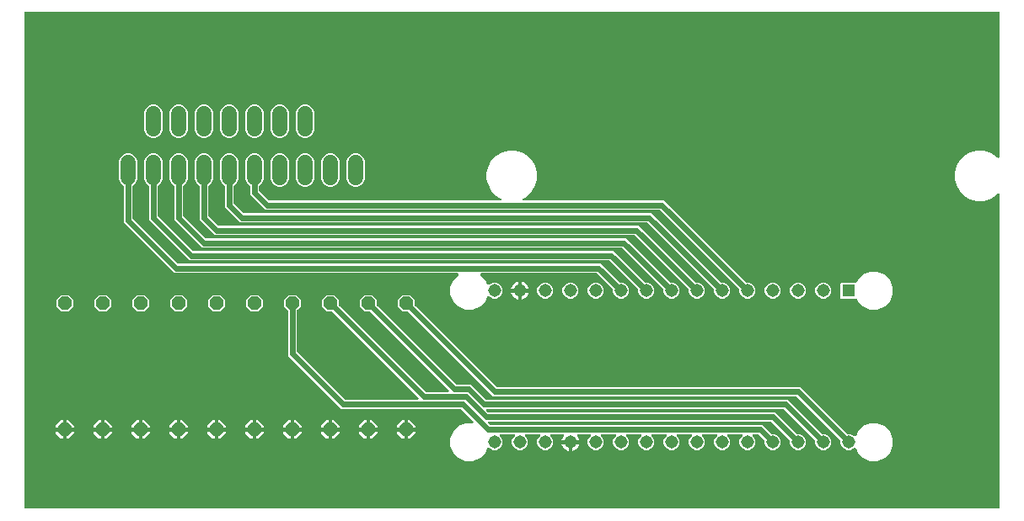
<source format=gbr>
G04 EAGLE Gerber RS-274X export*
G75*
%MOMM*%
%FSLAX34Y34*%
%LPD*%
%INBottom Copper*%
%IPPOS*%
%AMOC8*
5,1,8,0,0,1.08239X$1,22.5*%
G01*
%ADD10R,1.308000X1.308000*%
%ADD11C,1.308000*%
%ADD12P,1.429621X8X112.500000*%
%ADD13P,1.429621X8X292.500000*%
%ADD14C,1.524000*%
%ADD15C,0.609600*%

G36*
X988688Y10176D02*
X988688Y10176D01*
X988807Y10183D01*
X988845Y10196D01*
X988886Y10201D01*
X988996Y10244D01*
X989109Y10281D01*
X989144Y10303D01*
X989181Y10318D01*
X989277Y10387D01*
X989378Y10451D01*
X989406Y10481D01*
X989439Y10504D01*
X989515Y10596D01*
X989596Y10683D01*
X989616Y10718D01*
X989641Y10749D01*
X989692Y10857D01*
X989750Y10961D01*
X989760Y11001D01*
X989777Y11037D01*
X989799Y11154D01*
X989829Y11269D01*
X989833Y11329D01*
X989837Y11349D01*
X989835Y11370D01*
X989839Y11430D01*
X989839Y325853D01*
X989822Y325990D01*
X989809Y326129D01*
X989802Y326148D01*
X989799Y326169D01*
X989748Y326297D01*
X989701Y326429D01*
X989690Y326445D01*
X989682Y326464D01*
X989601Y326577D01*
X989523Y326692D01*
X989507Y326705D01*
X989496Y326722D01*
X989388Y326810D01*
X989284Y326902D01*
X989266Y326911D01*
X989251Y326924D01*
X989125Y326984D01*
X989001Y327047D01*
X988981Y327051D01*
X988963Y327060D01*
X988827Y327086D01*
X988691Y327116D01*
X988670Y327116D01*
X988651Y327120D01*
X988512Y327111D01*
X988373Y327107D01*
X988353Y327101D01*
X988333Y327100D01*
X988201Y327057D01*
X988067Y327018D01*
X988050Y327008D01*
X988031Y327002D01*
X987913Y326927D01*
X987793Y326857D01*
X987772Y326838D01*
X987762Y326832D01*
X987748Y326817D01*
X987673Y326750D01*
X985596Y324674D01*
X979804Y321330D01*
X973344Y319599D01*
X966656Y319599D01*
X960196Y321330D01*
X954404Y324674D01*
X949674Y329404D01*
X946330Y335196D01*
X944599Y341656D01*
X944599Y348344D01*
X946330Y354804D01*
X949674Y360596D01*
X954404Y365326D01*
X960196Y368670D01*
X966656Y370401D01*
X973344Y370401D01*
X979804Y368670D01*
X985596Y365326D01*
X987673Y363250D01*
X987782Y363164D01*
X987889Y363076D01*
X987908Y363067D01*
X987924Y363055D01*
X988052Y362999D01*
X988177Y362940D01*
X988197Y362936D01*
X988216Y362928D01*
X988354Y362906D01*
X988490Y362880D01*
X988510Y362882D01*
X988530Y362878D01*
X988669Y362891D01*
X988807Y362900D01*
X988826Y362906D01*
X988846Y362908D01*
X988978Y362955D01*
X989109Y362998D01*
X989127Y363009D01*
X989146Y363016D01*
X989261Y363094D01*
X989378Y363168D01*
X989392Y363183D01*
X989409Y363194D01*
X989501Y363299D01*
X989596Y363400D01*
X989606Y363418D01*
X989619Y363433D01*
X989683Y363557D01*
X989750Y363678D01*
X989755Y363698D01*
X989764Y363716D01*
X989794Y363852D01*
X989829Y363986D01*
X989831Y364014D01*
X989834Y364026D01*
X989833Y364047D01*
X989839Y364147D01*
X989839Y508570D01*
X989824Y508688D01*
X989817Y508807D01*
X989804Y508845D01*
X989799Y508886D01*
X989756Y508996D01*
X989719Y509109D01*
X989697Y509144D01*
X989682Y509181D01*
X989613Y509277D01*
X989549Y509378D01*
X989519Y509406D01*
X989496Y509439D01*
X989404Y509515D01*
X989317Y509596D01*
X989282Y509616D01*
X989251Y509641D01*
X989143Y509692D01*
X989039Y509750D01*
X988999Y509760D01*
X988963Y509777D01*
X988846Y509799D01*
X988731Y509829D01*
X988671Y509833D01*
X988651Y509837D01*
X988630Y509835D01*
X988570Y509839D01*
X11430Y509839D01*
X11312Y509824D01*
X11193Y509817D01*
X11155Y509804D01*
X11114Y509799D01*
X11004Y509756D01*
X10891Y509719D01*
X10856Y509697D01*
X10819Y509682D01*
X10723Y509613D01*
X10622Y509549D01*
X10594Y509519D01*
X10561Y509496D01*
X10485Y509404D01*
X10404Y509317D01*
X10384Y509282D01*
X10359Y509251D01*
X10308Y509143D01*
X10250Y509039D01*
X10240Y508999D01*
X10223Y508963D01*
X10201Y508846D01*
X10171Y508731D01*
X10167Y508671D01*
X10163Y508651D01*
X10165Y508630D01*
X10161Y508570D01*
X10161Y11430D01*
X10176Y11312D01*
X10183Y11193D01*
X10196Y11155D01*
X10201Y11114D01*
X10244Y11004D01*
X10281Y10891D01*
X10303Y10856D01*
X10318Y10819D01*
X10387Y10723D01*
X10451Y10622D01*
X10481Y10594D01*
X10504Y10561D01*
X10596Y10485D01*
X10683Y10404D01*
X10718Y10384D01*
X10749Y10359D01*
X10857Y10308D01*
X10961Y10250D01*
X11001Y10240D01*
X11037Y10223D01*
X11154Y10201D01*
X11269Y10171D01*
X11329Y10167D01*
X11349Y10163D01*
X11370Y10165D01*
X11430Y10161D01*
X988570Y10161D01*
X988688Y10176D01*
G37*
%LPC*%
G36*
X453411Y57949D02*
X453411Y57949D01*
X446409Y60850D01*
X441050Y66209D01*
X438149Y73211D01*
X438149Y80789D01*
X441050Y87791D01*
X446409Y93150D01*
X453411Y96051D01*
X459870Y96051D01*
X460007Y96068D01*
X460146Y96081D01*
X460165Y96088D01*
X460185Y96091D01*
X460314Y96142D01*
X460445Y96189D01*
X460462Y96200D01*
X460481Y96208D01*
X460593Y96289D01*
X460708Y96367D01*
X460722Y96383D01*
X460738Y96394D01*
X460827Y96502D01*
X460919Y96606D01*
X460928Y96624D01*
X460941Y96639D01*
X461000Y96765D01*
X461063Y96889D01*
X461068Y96909D01*
X461076Y96927D01*
X461103Y97063D01*
X461133Y97199D01*
X461132Y97220D01*
X461136Y97239D01*
X461128Y97378D01*
X461123Y97517D01*
X461118Y97537D01*
X461116Y97557D01*
X461074Y97689D01*
X461035Y97823D01*
X461025Y97840D01*
X461018Y97859D01*
X460944Y97977D01*
X460873Y98097D01*
X460855Y98118D01*
X460848Y98128D01*
X460833Y98142D01*
X460767Y98217D01*
X448829Y110156D01*
X448751Y110216D01*
X448679Y110284D01*
X448626Y110313D01*
X448578Y110350D01*
X448487Y110390D01*
X448400Y110438D01*
X448342Y110453D01*
X448286Y110477D01*
X448188Y110492D01*
X448092Y110517D01*
X447992Y110523D01*
X447972Y110527D01*
X447959Y110525D01*
X447931Y110527D01*
X328306Y110527D01*
X274827Y164006D01*
X274827Y209251D01*
X274815Y209349D01*
X274812Y209448D01*
X274795Y209507D01*
X274787Y209567D01*
X274751Y209659D01*
X274723Y209754D01*
X274693Y209806D01*
X274670Y209862D01*
X274612Y209943D01*
X274562Y210028D01*
X274496Y210103D01*
X274484Y210120D01*
X274474Y210128D01*
X274456Y210149D01*
X271271Y213333D01*
X271271Y220067D01*
X276033Y224829D01*
X282767Y224829D01*
X287529Y220067D01*
X287529Y213333D01*
X284344Y210149D01*
X284284Y210070D01*
X284216Y209998D01*
X284187Y209945D01*
X284150Y209897D01*
X284110Y209807D01*
X284062Y209720D01*
X284047Y209661D01*
X284023Y209606D01*
X284008Y209508D01*
X283983Y209412D01*
X283977Y209312D01*
X283973Y209292D01*
X283975Y209279D01*
X283973Y209251D01*
X283973Y168320D01*
X283985Y168222D01*
X283988Y168123D01*
X284005Y168064D01*
X284013Y168004D01*
X284049Y167912D01*
X284077Y167817D01*
X284107Y167765D01*
X284130Y167709D01*
X284188Y167629D01*
X284238Y167543D01*
X284304Y167468D01*
X284316Y167451D01*
X284326Y167443D01*
X284344Y167422D01*
X331722Y120044D01*
X331801Y119984D01*
X331873Y119916D01*
X331926Y119887D01*
X331974Y119850D01*
X332065Y119810D01*
X332151Y119762D01*
X332210Y119747D01*
X332265Y119723D01*
X332363Y119708D01*
X332459Y119683D01*
X332559Y119677D01*
X332580Y119673D01*
X332592Y119675D01*
X332620Y119673D01*
X404996Y119673D01*
X405134Y119690D01*
X405273Y119703D01*
X405292Y119710D01*
X405312Y119713D01*
X405441Y119764D01*
X405572Y119811D01*
X405589Y119822D01*
X405607Y119830D01*
X405720Y119911D01*
X405835Y119989D01*
X405848Y120005D01*
X405865Y120016D01*
X405954Y120124D01*
X406045Y120228D01*
X406055Y120246D01*
X406068Y120261D01*
X406127Y120387D01*
X406190Y120511D01*
X406195Y120531D01*
X406203Y120549D01*
X406229Y120685D01*
X406260Y120821D01*
X406259Y120842D01*
X406263Y120861D01*
X406254Y121000D01*
X406250Y121139D01*
X406244Y121159D01*
X406243Y121179D01*
X406200Y121311D01*
X406162Y121445D01*
X406151Y121462D01*
X406145Y121481D01*
X406071Y121599D01*
X406000Y121719D01*
X405982Y121740D01*
X405975Y121750D01*
X405960Y121764D01*
X405894Y121839D01*
X319534Y208200D01*
X319455Y208260D01*
X319383Y208328D01*
X319330Y208357D01*
X319282Y208394D01*
X319191Y208434D01*
X319105Y208482D01*
X319046Y208497D01*
X318991Y208521D01*
X318893Y208536D01*
X318797Y208561D01*
X318697Y208567D01*
X318676Y208571D01*
X318664Y208569D01*
X318636Y208571D01*
X314133Y208571D01*
X309371Y213333D01*
X309371Y220067D01*
X314133Y224829D01*
X320867Y224829D01*
X325629Y220067D01*
X325629Y215564D01*
X325641Y215466D01*
X325644Y215367D01*
X325661Y215308D01*
X325669Y215248D01*
X325705Y215156D01*
X325733Y215061D01*
X325763Y215009D01*
X325786Y214953D01*
X325844Y214873D01*
X325894Y214787D01*
X325960Y214712D01*
X325972Y214695D01*
X325982Y214687D01*
X326000Y214666D01*
X413002Y127664D01*
X413081Y127604D01*
X413153Y127536D01*
X413206Y127507D01*
X413254Y127470D01*
X413345Y127430D01*
X413431Y127382D01*
X413490Y127367D01*
X413545Y127343D01*
X413643Y127328D01*
X413739Y127303D01*
X413839Y127297D01*
X413860Y127293D01*
X413872Y127295D01*
X413900Y127293D01*
X435476Y127293D01*
X435614Y127310D01*
X435753Y127323D01*
X435772Y127330D01*
X435792Y127333D01*
X435921Y127384D01*
X436052Y127431D01*
X436069Y127442D01*
X436087Y127450D01*
X436200Y127531D01*
X436315Y127609D01*
X436328Y127625D01*
X436345Y127636D01*
X436434Y127744D01*
X436525Y127848D01*
X436535Y127866D01*
X436548Y127881D01*
X436607Y128007D01*
X436670Y128131D01*
X436675Y128151D01*
X436683Y128169D01*
X436709Y128305D01*
X436740Y128441D01*
X436739Y128462D01*
X436743Y128481D01*
X436734Y128620D01*
X436730Y128759D01*
X436724Y128779D01*
X436723Y128799D01*
X436680Y128931D01*
X436642Y129065D01*
X436631Y129082D01*
X436625Y129101D01*
X436551Y129219D01*
X436480Y129339D01*
X436462Y129360D01*
X436455Y129370D01*
X436440Y129384D01*
X436374Y129459D01*
X357634Y208200D01*
X357555Y208260D01*
X357483Y208328D01*
X357430Y208357D01*
X357382Y208394D01*
X357291Y208434D01*
X357205Y208482D01*
X357146Y208497D01*
X357091Y208521D01*
X356993Y208536D01*
X356897Y208561D01*
X356797Y208567D01*
X356776Y208571D01*
X356764Y208569D01*
X356736Y208571D01*
X352233Y208571D01*
X347471Y213333D01*
X347471Y220067D01*
X352233Y224829D01*
X358967Y224829D01*
X363729Y220067D01*
X363729Y215564D01*
X363741Y215466D01*
X363744Y215367D01*
X363761Y215308D01*
X363769Y215248D01*
X363805Y215156D01*
X363833Y215061D01*
X363863Y215009D01*
X363886Y214953D01*
X363944Y214873D01*
X363994Y214787D01*
X364060Y214712D01*
X364072Y214695D01*
X364082Y214687D01*
X364100Y214666D01*
X443482Y135284D01*
X443561Y135224D01*
X443633Y135156D01*
X443686Y135127D01*
X443734Y135090D01*
X443825Y135050D01*
X443911Y135002D01*
X443970Y134987D01*
X444025Y134963D01*
X444123Y134948D01*
X444219Y134923D01*
X444319Y134917D01*
X444340Y134913D01*
X444352Y134915D01*
X444380Y134913D01*
X458558Y134913D01*
X473426Y120044D01*
X473505Y119984D01*
X473577Y119916D01*
X473630Y119887D01*
X473678Y119850D01*
X473769Y119810D01*
X473855Y119762D01*
X473914Y119747D01*
X473969Y119723D01*
X474067Y119708D01*
X474163Y119683D01*
X474263Y119677D01*
X474283Y119673D01*
X474296Y119675D01*
X474324Y119673D01*
X776594Y119673D01*
X810830Y85436D01*
X810909Y85376D01*
X810981Y85308D01*
X811034Y85279D01*
X811082Y85242D01*
X811173Y85202D01*
X811259Y85154D01*
X811318Y85139D01*
X811373Y85115D01*
X811471Y85100D01*
X811567Y85075D01*
X811667Y85069D01*
X811688Y85065D01*
X811700Y85067D01*
X811728Y85065D01*
X814404Y85065D01*
X817368Y83837D01*
X819637Y81568D01*
X820865Y78604D01*
X820865Y75396D01*
X819637Y72432D01*
X817368Y70163D01*
X814404Y68935D01*
X811196Y68935D01*
X808232Y70163D01*
X805963Y72432D01*
X804735Y75396D01*
X804735Y78072D01*
X804723Y78170D01*
X804720Y78269D01*
X804703Y78328D01*
X804695Y78388D01*
X804659Y78480D01*
X804631Y78575D01*
X804601Y78627D01*
X804578Y78683D01*
X804520Y78763D01*
X804470Y78849D01*
X804404Y78924D01*
X804392Y78941D01*
X804382Y78949D01*
X804364Y78970D01*
X773178Y110156D01*
X773099Y110216D01*
X773027Y110284D01*
X772974Y110313D01*
X772926Y110350D01*
X772835Y110390D01*
X772749Y110438D01*
X772690Y110453D01*
X772635Y110477D01*
X772537Y110492D01*
X772441Y110517D01*
X772341Y110523D01*
X772320Y110527D01*
X772308Y110525D01*
X772280Y110527D01*
X475231Y110527D01*
X475093Y110510D01*
X474955Y110497D01*
X474936Y110490D01*
X474916Y110487D01*
X474787Y110436D01*
X474656Y110389D01*
X474639Y110378D01*
X474620Y110370D01*
X474508Y110289D01*
X474393Y110211D01*
X474379Y110195D01*
X474363Y110184D01*
X474274Y110076D01*
X474182Y109972D01*
X474173Y109954D01*
X474160Y109939D01*
X474101Y109813D01*
X474038Y109689D01*
X474033Y109669D01*
X474024Y109651D01*
X473998Y109514D01*
X473968Y109379D01*
X473969Y109358D01*
X473965Y109339D01*
X473973Y109200D01*
X473978Y109061D01*
X473983Y109041D01*
X473984Y109021D01*
X474027Y108889D01*
X474066Y108755D01*
X474076Y108738D01*
X474082Y108719D01*
X474157Y108601D01*
X474228Y108481D01*
X474246Y108460D01*
X474253Y108450D01*
X474268Y108436D01*
X474334Y108361D01*
X475350Y107344D01*
X475428Y107284D01*
X475500Y107216D01*
X475553Y107187D01*
X475601Y107150D01*
X475692Y107110D01*
X475779Y107062D01*
X475837Y107047D01*
X475893Y107023D01*
X475991Y107008D01*
X476087Y106983D01*
X476187Y106977D01*
X476207Y106973D01*
X476219Y106975D01*
X476247Y106973D01*
X763894Y106973D01*
X785430Y85436D01*
X785509Y85376D01*
X785581Y85308D01*
X785634Y85279D01*
X785682Y85242D01*
X785773Y85202D01*
X785859Y85154D01*
X785918Y85139D01*
X785973Y85115D01*
X786071Y85100D01*
X786167Y85075D01*
X786267Y85069D01*
X786288Y85065D01*
X786300Y85067D01*
X786328Y85065D01*
X789004Y85065D01*
X791968Y83837D01*
X794237Y81568D01*
X795465Y78604D01*
X795465Y75396D01*
X794237Y72432D01*
X791968Y70163D01*
X789004Y68935D01*
X785796Y68935D01*
X782832Y70163D01*
X780563Y72432D01*
X779335Y75396D01*
X779335Y78072D01*
X779323Y78170D01*
X779320Y78269D01*
X779303Y78328D01*
X779295Y78388D01*
X779259Y78480D01*
X779231Y78575D01*
X779201Y78627D01*
X779178Y78683D01*
X779120Y78763D01*
X779070Y78849D01*
X779004Y78924D01*
X778992Y78941D01*
X778982Y78949D01*
X778964Y78970D01*
X760478Y97456D01*
X760399Y97516D01*
X760327Y97584D01*
X760274Y97613D01*
X760226Y97650D01*
X760135Y97690D01*
X760049Y97738D01*
X759990Y97753D01*
X759935Y97777D01*
X759837Y97792D01*
X759741Y97817D01*
X759641Y97823D01*
X759620Y97827D01*
X759608Y97825D01*
X759580Y97827D01*
X477155Y97827D01*
X477017Y97810D01*
X476879Y97797D01*
X476860Y97790D01*
X476840Y97787D01*
X476710Y97736D01*
X476579Y97689D01*
X476563Y97678D01*
X476544Y97670D01*
X476432Y97589D01*
X476316Y97511D01*
X476303Y97495D01*
X476287Y97484D01*
X476198Y97376D01*
X476106Y97272D01*
X476097Y97254D01*
X476084Y97239D01*
X476024Y97113D01*
X475961Y96989D01*
X475957Y96969D01*
X475948Y96951D01*
X475922Y96814D01*
X475892Y96679D01*
X475892Y96658D01*
X475888Y96639D01*
X475897Y96500D01*
X475901Y96361D01*
X475907Y96341D01*
X475908Y96321D01*
X475951Y96189D01*
X475990Y96055D01*
X476000Y96038D01*
X476006Y96019D01*
X476080Y95901D01*
X476151Y95781D01*
X476170Y95760D01*
X476176Y95750D01*
X476191Y95736D01*
X476258Y95661D01*
X477274Y94644D01*
X477352Y94584D01*
X477424Y94516D01*
X477477Y94487D01*
X477525Y94450D01*
X477616Y94410D01*
X477703Y94362D01*
X477761Y94347D01*
X477817Y94323D01*
X477915Y94308D01*
X478010Y94283D01*
X478111Y94277D01*
X478131Y94273D01*
X478143Y94275D01*
X478171Y94273D01*
X751194Y94273D01*
X760030Y85436D01*
X760109Y85376D01*
X760181Y85308D01*
X760234Y85279D01*
X760282Y85242D01*
X760373Y85202D01*
X760459Y85154D01*
X760518Y85139D01*
X760573Y85115D01*
X760671Y85100D01*
X760767Y85075D01*
X760867Y85069D01*
X760888Y85065D01*
X760900Y85067D01*
X760928Y85065D01*
X763604Y85065D01*
X766568Y83837D01*
X768837Y81568D01*
X770065Y78604D01*
X770065Y75396D01*
X768837Y72432D01*
X766568Y70163D01*
X763604Y68935D01*
X760396Y68935D01*
X757432Y70163D01*
X755163Y72432D01*
X753935Y75396D01*
X753935Y78072D01*
X753923Y78170D01*
X753920Y78269D01*
X753903Y78328D01*
X753895Y78388D01*
X753859Y78480D01*
X753831Y78575D01*
X753801Y78627D01*
X753778Y78683D01*
X753720Y78763D01*
X753670Y78849D01*
X753604Y78924D01*
X753592Y78941D01*
X753582Y78949D01*
X753564Y78970D01*
X747778Y84756D01*
X747699Y84816D01*
X747627Y84884D01*
X747574Y84913D01*
X747526Y84950D01*
X747435Y84990D01*
X747349Y85038D01*
X747290Y85053D01*
X747235Y85077D01*
X747137Y85092D01*
X747041Y85117D01*
X746941Y85123D01*
X746920Y85127D01*
X746908Y85125D01*
X746880Y85127D01*
X742942Y85127D01*
X742804Y85110D01*
X742666Y85097D01*
X742647Y85090D01*
X742627Y85087D01*
X742497Y85036D01*
X742367Y84989D01*
X742350Y84978D01*
X742331Y84970D01*
X742219Y84889D01*
X742103Y84811D01*
X742090Y84795D01*
X742074Y84784D01*
X741985Y84676D01*
X741893Y84572D01*
X741884Y84554D01*
X741871Y84539D01*
X741812Y84413D01*
X741748Y84289D01*
X741744Y84269D01*
X741735Y84251D01*
X741709Y84114D01*
X741679Y83979D01*
X741679Y83958D01*
X741676Y83939D01*
X741684Y83800D01*
X741688Y83661D01*
X741694Y83641D01*
X741695Y83621D01*
X741738Y83489D01*
X741777Y83355D01*
X741787Y83338D01*
X741793Y83319D01*
X741868Y83201D01*
X741938Y83081D01*
X741957Y83060D01*
X741963Y83050D01*
X741978Y83036D01*
X742045Y82961D01*
X743437Y81568D01*
X744665Y78604D01*
X744665Y75396D01*
X743437Y72432D01*
X741168Y70163D01*
X738204Y68935D01*
X734996Y68935D01*
X732032Y70163D01*
X729763Y72432D01*
X728535Y75396D01*
X728535Y78604D01*
X729763Y81568D01*
X731155Y82961D01*
X731241Y83070D01*
X731329Y83177D01*
X731338Y83196D01*
X731350Y83212D01*
X731406Y83340D01*
X731465Y83465D01*
X731468Y83485D01*
X731477Y83504D01*
X731498Y83642D01*
X731524Y83778D01*
X731523Y83798D01*
X731526Y83818D01*
X731513Y83957D01*
X731505Y84095D01*
X731498Y84114D01*
X731497Y84134D01*
X731449Y84266D01*
X731407Y84397D01*
X731396Y84415D01*
X731389Y84434D01*
X731311Y84549D01*
X731237Y84666D01*
X731222Y84680D01*
X731210Y84697D01*
X731106Y84789D01*
X731005Y84884D01*
X730987Y84894D01*
X730972Y84907D01*
X730848Y84971D01*
X730726Y85038D01*
X730707Y85043D01*
X730689Y85052D01*
X730553Y85082D01*
X730418Y85117D01*
X730390Y85119D01*
X730378Y85122D01*
X730358Y85121D01*
X730258Y85127D01*
X717542Y85127D01*
X717404Y85110D01*
X717266Y85097D01*
X717247Y85090D01*
X717227Y85087D01*
X717097Y85036D01*
X716967Y84989D01*
X716950Y84978D01*
X716931Y84970D01*
X716819Y84889D01*
X716703Y84811D01*
X716690Y84795D01*
X716674Y84784D01*
X716585Y84676D01*
X716493Y84572D01*
X716484Y84554D01*
X716471Y84539D01*
X716412Y84413D01*
X716348Y84289D01*
X716344Y84269D01*
X716335Y84251D01*
X716309Y84114D01*
X716279Y83979D01*
X716279Y83958D01*
X716276Y83939D01*
X716284Y83800D01*
X716288Y83661D01*
X716294Y83641D01*
X716295Y83621D01*
X716338Y83489D01*
X716377Y83355D01*
X716387Y83338D01*
X716393Y83319D01*
X716468Y83201D01*
X716538Y83081D01*
X716557Y83060D01*
X716563Y83050D01*
X716578Y83036D01*
X716645Y82961D01*
X718037Y81568D01*
X719265Y78604D01*
X719265Y75396D01*
X718037Y72432D01*
X715768Y70163D01*
X712804Y68935D01*
X709596Y68935D01*
X706632Y70163D01*
X704363Y72432D01*
X703135Y75396D01*
X703135Y78604D01*
X704363Y81568D01*
X705755Y82961D01*
X705841Y83070D01*
X705929Y83177D01*
X705938Y83196D01*
X705950Y83212D01*
X706006Y83340D01*
X706065Y83465D01*
X706068Y83485D01*
X706077Y83504D01*
X706098Y83642D01*
X706124Y83778D01*
X706123Y83798D01*
X706126Y83818D01*
X706113Y83957D01*
X706105Y84095D01*
X706098Y84114D01*
X706097Y84134D01*
X706049Y84266D01*
X706007Y84397D01*
X705996Y84415D01*
X705989Y84434D01*
X705911Y84549D01*
X705837Y84666D01*
X705822Y84680D01*
X705810Y84697D01*
X705706Y84789D01*
X705605Y84884D01*
X705587Y84894D01*
X705572Y84907D01*
X705448Y84971D01*
X705326Y85038D01*
X705307Y85043D01*
X705289Y85052D01*
X705153Y85082D01*
X705018Y85117D01*
X704990Y85119D01*
X704978Y85122D01*
X704958Y85121D01*
X704858Y85127D01*
X692142Y85127D01*
X692004Y85110D01*
X691866Y85097D01*
X691847Y85090D01*
X691827Y85087D01*
X691697Y85036D01*
X691567Y84989D01*
X691550Y84978D01*
X691531Y84970D01*
X691419Y84889D01*
X691303Y84811D01*
X691290Y84795D01*
X691274Y84784D01*
X691185Y84676D01*
X691093Y84572D01*
X691084Y84554D01*
X691071Y84539D01*
X691012Y84413D01*
X690948Y84289D01*
X690944Y84269D01*
X690935Y84251D01*
X690909Y84114D01*
X690879Y83979D01*
X690879Y83958D01*
X690876Y83939D01*
X690884Y83800D01*
X690888Y83661D01*
X690894Y83641D01*
X690895Y83621D01*
X690938Y83489D01*
X690977Y83355D01*
X690987Y83338D01*
X690993Y83319D01*
X691068Y83201D01*
X691138Y83081D01*
X691157Y83060D01*
X691163Y83050D01*
X691178Y83036D01*
X691245Y82961D01*
X692637Y81568D01*
X693865Y78604D01*
X693865Y75396D01*
X692637Y72432D01*
X690368Y70163D01*
X687404Y68935D01*
X684196Y68935D01*
X681232Y70163D01*
X678963Y72432D01*
X677735Y75396D01*
X677735Y78604D01*
X678963Y81568D01*
X680355Y82961D01*
X680441Y83070D01*
X680529Y83177D01*
X680538Y83196D01*
X680550Y83212D01*
X680606Y83340D01*
X680665Y83465D01*
X680668Y83485D01*
X680677Y83504D01*
X680698Y83642D01*
X680724Y83778D01*
X680723Y83798D01*
X680726Y83818D01*
X680713Y83957D01*
X680705Y84095D01*
X680698Y84114D01*
X680697Y84134D01*
X680649Y84266D01*
X680607Y84397D01*
X680596Y84415D01*
X680589Y84434D01*
X680511Y84549D01*
X680437Y84666D01*
X680422Y84680D01*
X680410Y84697D01*
X680306Y84789D01*
X680205Y84884D01*
X680187Y84894D01*
X680172Y84907D01*
X680048Y84971D01*
X679926Y85038D01*
X679907Y85043D01*
X679889Y85052D01*
X679753Y85082D01*
X679618Y85117D01*
X679590Y85119D01*
X679578Y85122D01*
X679558Y85121D01*
X679458Y85127D01*
X666742Y85127D01*
X666604Y85110D01*
X666466Y85097D01*
X666447Y85090D01*
X666427Y85087D01*
X666297Y85036D01*
X666167Y84989D01*
X666150Y84978D01*
X666131Y84970D01*
X666019Y84889D01*
X665903Y84811D01*
X665890Y84795D01*
X665874Y84784D01*
X665785Y84676D01*
X665693Y84572D01*
X665684Y84554D01*
X665671Y84539D01*
X665612Y84413D01*
X665548Y84289D01*
X665544Y84269D01*
X665535Y84251D01*
X665509Y84114D01*
X665479Y83979D01*
X665479Y83958D01*
X665476Y83939D01*
X665484Y83800D01*
X665488Y83661D01*
X665494Y83641D01*
X665495Y83621D01*
X665538Y83489D01*
X665577Y83355D01*
X665587Y83338D01*
X665593Y83319D01*
X665668Y83201D01*
X665738Y83081D01*
X665757Y83060D01*
X665763Y83050D01*
X665778Y83036D01*
X665845Y82961D01*
X667237Y81568D01*
X668465Y78604D01*
X668465Y75396D01*
X667237Y72432D01*
X664968Y70163D01*
X662004Y68935D01*
X658796Y68935D01*
X655832Y70163D01*
X653563Y72432D01*
X652335Y75396D01*
X652335Y78604D01*
X653563Y81568D01*
X654955Y82961D01*
X655041Y83070D01*
X655129Y83177D01*
X655138Y83196D01*
X655150Y83212D01*
X655206Y83340D01*
X655265Y83465D01*
X655268Y83485D01*
X655277Y83504D01*
X655298Y83642D01*
X655324Y83778D01*
X655323Y83798D01*
X655326Y83818D01*
X655313Y83957D01*
X655305Y84095D01*
X655298Y84114D01*
X655297Y84134D01*
X655249Y84266D01*
X655207Y84397D01*
X655196Y84415D01*
X655189Y84434D01*
X655111Y84549D01*
X655037Y84666D01*
X655022Y84680D01*
X655010Y84697D01*
X654906Y84789D01*
X654805Y84884D01*
X654787Y84894D01*
X654772Y84907D01*
X654648Y84971D01*
X654526Y85038D01*
X654507Y85043D01*
X654489Y85052D01*
X654353Y85082D01*
X654218Y85117D01*
X654190Y85119D01*
X654178Y85122D01*
X654158Y85121D01*
X654058Y85127D01*
X641342Y85127D01*
X641204Y85110D01*
X641066Y85097D01*
X641047Y85090D01*
X641027Y85087D01*
X640897Y85036D01*
X640767Y84989D01*
X640750Y84978D01*
X640731Y84970D01*
X640619Y84889D01*
X640503Y84811D01*
X640490Y84795D01*
X640474Y84784D01*
X640385Y84676D01*
X640293Y84572D01*
X640284Y84554D01*
X640271Y84539D01*
X640212Y84413D01*
X640148Y84289D01*
X640144Y84269D01*
X640135Y84251D01*
X640109Y84114D01*
X640079Y83979D01*
X640079Y83958D01*
X640076Y83939D01*
X640084Y83800D01*
X640088Y83661D01*
X640094Y83641D01*
X640095Y83621D01*
X640138Y83489D01*
X640177Y83355D01*
X640187Y83338D01*
X640193Y83319D01*
X640268Y83201D01*
X640338Y83081D01*
X640357Y83060D01*
X640363Y83050D01*
X640378Y83036D01*
X640445Y82961D01*
X641837Y81568D01*
X643065Y78604D01*
X643065Y75396D01*
X641837Y72432D01*
X639568Y70163D01*
X636604Y68935D01*
X633396Y68935D01*
X630432Y70163D01*
X628163Y72432D01*
X626935Y75396D01*
X626935Y78604D01*
X628163Y81568D01*
X629555Y82961D01*
X629641Y83070D01*
X629729Y83177D01*
X629738Y83196D01*
X629750Y83212D01*
X629806Y83340D01*
X629865Y83465D01*
X629868Y83485D01*
X629877Y83504D01*
X629898Y83642D01*
X629924Y83778D01*
X629923Y83798D01*
X629926Y83818D01*
X629913Y83957D01*
X629905Y84095D01*
X629898Y84114D01*
X629897Y84134D01*
X629849Y84266D01*
X629807Y84397D01*
X629796Y84415D01*
X629789Y84434D01*
X629711Y84549D01*
X629637Y84666D01*
X629622Y84680D01*
X629610Y84697D01*
X629506Y84789D01*
X629405Y84884D01*
X629387Y84894D01*
X629372Y84907D01*
X629248Y84971D01*
X629126Y85038D01*
X629107Y85043D01*
X629089Y85052D01*
X628953Y85082D01*
X628818Y85117D01*
X628790Y85119D01*
X628778Y85122D01*
X628758Y85121D01*
X628658Y85127D01*
X615942Y85127D01*
X615804Y85110D01*
X615666Y85097D01*
X615647Y85090D01*
X615627Y85087D01*
X615497Y85036D01*
X615367Y84989D01*
X615350Y84978D01*
X615331Y84970D01*
X615219Y84889D01*
X615103Y84811D01*
X615090Y84795D01*
X615074Y84784D01*
X614985Y84676D01*
X614893Y84572D01*
X614884Y84554D01*
X614871Y84539D01*
X614812Y84413D01*
X614748Y84289D01*
X614744Y84269D01*
X614735Y84251D01*
X614709Y84114D01*
X614679Y83979D01*
X614679Y83958D01*
X614676Y83939D01*
X614684Y83800D01*
X614688Y83661D01*
X614694Y83641D01*
X614695Y83621D01*
X614738Y83489D01*
X614777Y83355D01*
X614787Y83338D01*
X614793Y83319D01*
X614868Y83201D01*
X614938Y83081D01*
X614957Y83060D01*
X614963Y83050D01*
X614978Y83036D01*
X615045Y82961D01*
X616437Y81568D01*
X617665Y78604D01*
X617665Y75396D01*
X616437Y72432D01*
X614168Y70163D01*
X611204Y68935D01*
X607996Y68935D01*
X605032Y70163D01*
X602763Y72432D01*
X601535Y75396D01*
X601535Y78604D01*
X602763Y81568D01*
X604155Y82961D01*
X604241Y83070D01*
X604329Y83177D01*
X604338Y83196D01*
X604350Y83212D01*
X604406Y83340D01*
X604465Y83465D01*
X604468Y83485D01*
X604477Y83504D01*
X604498Y83642D01*
X604524Y83778D01*
X604523Y83798D01*
X604526Y83818D01*
X604513Y83957D01*
X604505Y84095D01*
X604498Y84114D01*
X604497Y84134D01*
X604449Y84266D01*
X604407Y84397D01*
X604396Y84415D01*
X604389Y84434D01*
X604311Y84549D01*
X604237Y84666D01*
X604222Y84680D01*
X604210Y84697D01*
X604106Y84789D01*
X604005Y84884D01*
X603987Y84894D01*
X603972Y84907D01*
X603848Y84971D01*
X603726Y85038D01*
X603707Y85043D01*
X603689Y85052D01*
X603553Y85082D01*
X603418Y85117D01*
X603390Y85119D01*
X603378Y85122D01*
X603358Y85121D01*
X603258Y85127D01*
X590542Y85127D01*
X590404Y85110D01*
X590266Y85097D01*
X590247Y85090D01*
X590227Y85087D01*
X590097Y85036D01*
X589967Y84989D01*
X589950Y84978D01*
X589931Y84970D01*
X589819Y84889D01*
X589703Y84811D01*
X589690Y84795D01*
X589674Y84784D01*
X589585Y84676D01*
X589493Y84572D01*
X589484Y84554D01*
X589471Y84539D01*
X589412Y84413D01*
X589348Y84289D01*
X589344Y84269D01*
X589335Y84251D01*
X589309Y84114D01*
X589279Y83979D01*
X589279Y83958D01*
X589276Y83939D01*
X589284Y83800D01*
X589288Y83661D01*
X589294Y83641D01*
X589295Y83621D01*
X589338Y83489D01*
X589377Y83355D01*
X589387Y83338D01*
X589393Y83319D01*
X589468Y83201D01*
X589538Y83081D01*
X589557Y83060D01*
X589563Y83050D01*
X589578Y83036D01*
X589645Y82961D01*
X591037Y81568D01*
X592265Y78604D01*
X592265Y75396D01*
X591037Y72432D01*
X588768Y70163D01*
X585804Y68935D01*
X582596Y68935D01*
X579632Y70163D01*
X577363Y72432D01*
X576135Y75396D01*
X576135Y78604D01*
X577363Y81568D01*
X578755Y82961D01*
X578841Y83070D01*
X578929Y83177D01*
X578938Y83196D01*
X578950Y83212D01*
X579006Y83340D01*
X579065Y83465D01*
X579068Y83485D01*
X579077Y83504D01*
X579098Y83642D01*
X579124Y83778D01*
X579123Y83798D01*
X579126Y83818D01*
X579113Y83957D01*
X579105Y84095D01*
X579098Y84114D01*
X579097Y84134D01*
X579049Y84266D01*
X579007Y84397D01*
X578996Y84415D01*
X578989Y84434D01*
X578911Y84549D01*
X578837Y84666D01*
X578822Y84680D01*
X578810Y84697D01*
X578706Y84789D01*
X578605Y84884D01*
X578587Y84894D01*
X578572Y84907D01*
X578448Y84971D01*
X578326Y85038D01*
X578307Y85043D01*
X578289Y85052D01*
X578153Y85082D01*
X578018Y85117D01*
X577990Y85119D01*
X577978Y85122D01*
X577958Y85121D01*
X577858Y85127D01*
X566579Y85127D01*
X566441Y85110D01*
X566303Y85097D01*
X566284Y85090D01*
X566264Y85087D01*
X566134Y85036D01*
X566003Y84989D01*
X565987Y84978D01*
X565968Y84970D01*
X565855Y84889D01*
X565740Y84811D01*
X565727Y84795D01*
X565710Y84784D01*
X565622Y84676D01*
X565530Y84572D01*
X565521Y84554D01*
X565508Y84539D01*
X565448Y84413D01*
X565385Y84289D01*
X565381Y84269D01*
X565372Y84251D01*
X565346Y84115D01*
X565316Y83978D01*
X565316Y83958D01*
X565312Y83939D01*
X565321Y83800D01*
X565325Y83661D01*
X565331Y83641D01*
X565332Y83621D01*
X565375Y83488D01*
X565414Y83355D01*
X565424Y83338D01*
X565430Y83319D01*
X565505Y83201D01*
X565575Y83081D01*
X565594Y83060D01*
X565600Y83050D01*
X565615Y83036D01*
X565682Y82960D01*
X565726Y82916D01*
X566567Y81759D01*
X567215Y80486D01*
X567657Y79126D01*
X567677Y78999D01*
X559530Y78999D01*
X559412Y78984D01*
X559293Y78977D01*
X559255Y78964D01*
X559215Y78959D01*
X559104Y78916D01*
X558991Y78879D01*
X558957Y78857D01*
X558919Y78842D01*
X558823Y78773D01*
X558806Y78762D01*
X558782Y78776D01*
X558750Y78801D01*
X558643Y78852D01*
X558538Y78910D01*
X558499Y78920D01*
X558463Y78937D01*
X558346Y78959D01*
X558230Y78989D01*
X558170Y78993D01*
X558150Y78997D01*
X558130Y78995D01*
X558070Y78999D01*
X549923Y78999D01*
X549943Y79126D01*
X550385Y80486D01*
X551033Y81759D01*
X551874Y82916D01*
X551918Y82960D01*
X552004Y83070D01*
X552092Y83177D01*
X552101Y83196D01*
X552113Y83212D01*
X552169Y83340D01*
X552228Y83465D01*
X552232Y83485D01*
X552240Y83503D01*
X552261Y83641D01*
X552288Y83778D01*
X552286Y83798D01*
X552290Y83818D01*
X552277Y83956D01*
X552268Y84095D01*
X552262Y84114D01*
X552260Y84134D01*
X552213Y84265D01*
X552170Y84397D01*
X552159Y84415D01*
X552152Y84433D01*
X552074Y84548D01*
X552000Y84666D01*
X551985Y84680D01*
X551974Y84697D01*
X551870Y84789D01*
X551768Y84884D01*
X551750Y84894D01*
X551735Y84907D01*
X551611Y84970D01*
X551490Y85038D01*
X551470Y85043D01*
X551452Y85052D01*
X551316Y85082D01*
X551182Y85117D01*
X551154Y85119D01*
X551142Y85122D01*
X551121Y85121D01*
X551021Y85127D01*
X539742Y85127D01*
X539604Y85110D01*
X539466Y85097D01*
X539447Y85090D01*
X539427Y85087D01*
X539297Y85036D01*
X539167Y84989D01*
X539150Y84978D01*
X539131Y84970D01*
X539019Y84889D01*
X538903Y84811D01*
X538890Y84795D01*
X538874Y84784D01*
X538785Y84676D01*
X538693Y84572D01*
X538684Y84554D01*
X538671Y84539D01*
X538612Y84413D01*
X538548Y84289D01*
X538544Y84269D01*
X538535Y84251D01*
X538509Y84114D01*
X538479Y83979D01*
X538479Y83958D01*
X538476Y83939D01*
X538484Y83800D01*
X538488Y83661D01*
X538494Y83641D01*
X538495Y83621D01*
X538538Y83489D01*
X538577Y83355D01*
X538587Y83338D01*
X538593Y83319D01*
X538668Y83201D01*
X538738Y83081D01*
X538757Y83060D01*
X538763Y83050D01*
X538778Y83036D01*
X538845Y82961D01*
X540237Y81568D01*
X541465Y78604D01*
X541465Y75396D01*
X540237Y72432D01*
X537968Y70163D01*
X535004Y68935D01*
X531796Y68935D01*
X528832Y70163D01*
X526563Y72432D01*
X525335Y75396D01*
X525335Y78604D01*
X526563Y81568D01*
X527955Y82961D01*
X528041Y83070D01*
X528129Y83177D01*
X528138Y83196D01*
X528150Y83212D01*
X528206Y83340D01*
X528265Y83465D01*
X528268Y83485D01*
X528277Y83504D01*
X528298Y83642D01*
X528324Y83778D01*
X528323Y83798D01*
X528326Y83818D01*
X528313Y83957D01*
X528305Y84095D01*
X528298Y84114D01*
X528297Y84134D01*
X528249Y84266D01*
X528207Y84397D01*
X528196Y84415D01*
X528189Y84434D01*
X528111Y84549D01*
X528037Y84666D01*
X528022Y84680D01*
X528010Y84697D01*
X527906Y84789D01*
X527805Y84884D01*
X527787Y84894D01*
X527772Y84907D01*
X527648Y84971D01*
X527526Y85038D01*
X527507Y85043D01*
X527489Y85052D01*
X527353Y85082D01*
X527218Y85117D01*
X527190Y85119D01*
X527178Y85122D01*
X527158Y85121D01*
X527058Y85127D01*
X514342Y85127D01*
X514204Y85110D01*
X514066Y85097D01*
X514047Y85090D01*
X514027Y85087D01*
X513897Y85036D01*
X513767Y84989D01*
X513750Y84978D01*
X513731Y84970D01*
X513619Y84889D01*
X513503Y84811D01*
X513490Y84795D01*
X513474Y84784D01*
X513385Y84676D01*
X513293Y84572D01*
X513284Y84554D01*
X513271Y84539D01*
X513212Y84413D01*
X513148Y84289D01*
X513144Y84269D01*
X513135Y84251D01*
X513109Y84114D01*
X513079Y83979D01*
X513079Y83958D01*
X513076Y83939D01*
X513084Y83800D01*
X513088Y83661D01*
X513094Y83641D01*
X513095Y83621D01*
X513138Y83489D01*
X513177Y83355D01*
X513187Y83338D01*
X513193Y83319D01*
X513268Y83201D01*
X513338Y83081D01*
X513357Y83060D01*
X513363Y83050D01*
X513378Y83036D01*
X513445Y82961D01*
X514837Y81568D01*
X516065Y78604D01*
X516065Y75396D01*
X514837Y72432D01*
X512568Y70163D01*
X509604Y68935D01*
X506396Y68935D01*
X503432Y70163D01*
X501163Y72432D01*
X499935Y75396D01*
X499935Y78604D01*
X501163Y81568D01*
X502555Y82961D01*
X502641Y83070D01*
X502729Y83177D01*
X502738Y83196D01*
X502750Y83212D01*
X502806Y83340D01*
X502865Y83465D01*
X502868Y83485D01*
X502877Y83504D01*
X502898Y83642D01*
X502924Y83778D01*
X502923Y83798D01*
X502926Y83818D01*
X502913Y83957D01*
X502905Y84095D01*
X502898Y84114D01*
X502897Y84134D01*
X502849Y84266D01*
X502807Y84397D01*
X502796Y84415D01*
X502789Y84434D01*
X502711Y84549D01*
X502637Y84666D01*
X502622Y84680D01*
X502610Y84697D01*
X502506Y84789D01*
X502405Y84884D01*
X502387Y84894D01*
X502372Y84907D01*
X502248Y84971D01*
X502126Y85038D01*
X502107Y85043D01*
X502089Y85052D01*
X501953Y85082D01*
X501818Y85117D01*
X501790Y85119D01*
X501778Y85122D01*
X501758Y85121D01*
X501658Y85127D01*
X488942Y85127D01*
X488804Y85110D01*
X488666Y85097D01*
X488647Y85090D01*
X488627Y85087D01*
X488497Y85036D01*
X488367Y84989D01*
X488350Y84978D01*
X488331Y84970D01*
X488219Y84889D01*
X488103Y84811D01*
X488090Y84795D01*
X488074Y84784D01*
X487985Y84676D01*
X487893Y84572D01*
X487884Y84554D01*
X487871Y84539D01*
X487812Y84413D01*
X487748Y84289D01*
X487744Y84269D01*
X487735Y84251D01*
X487709Y84114D01*
X487679Y83979D01*
X487679Y83958D01*
X487676Y83939D01*
X487684Y83800D01*
X487688Y83661D01*
X487694Y83641D01*
X487695Y83621D01*
X487738Y83489D01*
X487777Y83355D01*
X487787Y83338D01*
X487793Y83319D01*
X487868Y83201D01*
X487938Y83081D01*
X487957Y83060D01*
X487963Y83050D01*
X487978Y83036D01*
X488045Y82961D01*
X489437Y81568D01*
X490665Y78604D01*
X490665Y75396D01*
X489437Y72432D01*
X487168Y70163D01*
X484204Y68935D01*
X480996Y68935D01*
X478032Y70163D01*
X477223Y70972D01*
X477184Y71002D01*
X477150Y71039D01*
X477059Y71099D01*
X476972Y71167D01*
X476926Y71186D01*
X476885Y71214D01*
X476781Y71249D01*
X476680Y71293D01*
X476631Y71301D01*
X476584Y71317D01*
X476474Y71326D01*
X476366Y71343D01*
X476316Y71338D01*
X476267Y71342D01*
X476158Y71323D01*
X476049Y71313D01*
X476002Y71296D01*
X475953Y71288D01*
X475853Y71243D01*
X475750Y71205D01*
X475709Y71178D01*
X475663Y71157D01*
X475578Y71089D01*
X475487Y71027D01*
X475454Y70990D01*
X475415Y70959D01*
X475349Y70871D01*
X475276Y70788D01*
X475254Y70744D01*
X475224Y70705D01*
X475153Y70560D01*
X473350Y66209D01*
X467991Y60850D01*
X460989Y57949D01*
X453411Y57949D01*
G37*
%LPD*%
%LPC*%
G36*
X734996Y221335D02*
X734996Y221335D01*
X732032Y222563D01*
X729763Y224832D01*
X728535Y227796D01*
X728535Y230472D01*
X728523Y230570D01*
X728520Y230669D01*
X728503Y230728D01*
X728495Y230788D01*
X728459Y230880D01*
X728431Y230975D01*
X728401Y231027D01*
X728378Y231083D01*
X728320Y231163D01*
X728270Y231249D01*
X728204Y231324D01*
X728192Y231341D01*
X728182Y231349D01*
X728164Y231370D01*
X649178Y310356D01*
X649099Y310416D01*
X649027Y310484D01*
X648974Y310513D01*
X648926Y310550D01*
X648835Y310590D01*
X648749Y310638D01*
X648690Y310653D01*
X648635Y310677D01*
X648537Y310692D01*
X648441Y310717D01*
X648341Y310723D01*
X648320Y310727D01*
X648308Y310725D01*
X648280Y310727D01*
X252106Y310727D01*
X239778Y323056D01*
X236727Y326106D01*
X236727Y334228D01*
X236724Y334257D01*
X236726Y334287D01*
X236704Y334415D01*
X236687Y334543D01*
X236677Y334571D01*
X236671Y334600D01*
X236618Y334719D01*
X236570Y334839D01*
X236553Y334863D01*
X236541Y334890D01*
X236460Y334991D01*
X236384Y335096D01*
X236361Y335115D01*
X236342Y335138D01*
X236239Y335216D01*
X236195Y335253D01*
X233547Y337900D01*
X232155Y341261D01*
X232155Y360139D01*
X233547Y363500D01*
X236120Y366073D01*
X239481Y367465D01*
X243119Y367465D01*
X246480Y366073D01*
X249053Y363500D01*
X250445Y360139D01*
X250445Y341261D01*
X249053Y337900D01*
X246416Y335264D01*
X246380Y335243D01*
X246359Y335222D01*
X246334Y335207D01*
X246245Y335112D01*
X246152Y335022D01*
X246136Y334997D01*
X246116Y334975D01*
X246053Y334861D01*
X245985Y334751D01*
X245977Y334722D01*
X245962Y334696D01*
X245930Y334571D01*
X245892Y334447D01*
X245890Y334417D01*
X245883Y334389D01*
X245873Y334228D01*
X245873Y330420D01*
X245885Y330322D01*
X245888Y330223D01*
X245905Y330164D01*
X245913Y330104D01*
X245949Y330012D01*
X245977Y329917D01*
X246007Y329865D01*
X246030Y329809D01*
X246088Y329728D01*
X246138Y329643D01*
X246204Y329568D01*
X246216Y329551D01*
X246226Y329543D01*
X246244Y329522D01*
X255522Y320244D01*
X255601Y320184D01*
X255673Y320116D01*
X255726Y320087D01*
X255774Y320050D01*
X255865Y320010D01*
X255951Y319962D01*
X256010Y319947D01*
X256065Y319923D01*
X256163Y319908D01*
X256259Y319883D01*
X256359Y319877D01*
X256380Y319873D01*
X256392Y319875D01*
X256420Y319873D01*
X487983Y319873D01*
X488128Y319891D01*
X488273Y319906D01*
X488285Y319911D01*
X488299Y319913D01*
X488434Y319966D01*
X488571Y320017D01*
X488582Y320025D01*
X488595Y320030D01*
X488712Y320115D01*
X488832Y320198D01*
X488841Y320209D01*
X488852Y320216D01*
X488945Y320328D01*
X489040Y320439D01*
X489046Y320451D01*
X489055Y320461D01*
X489117Y320593D01*
X489182Y320724D01*
X489185Y320737D01*
X489190Y320749D01*
X489217Y320891D01*
X489248Y321035D01*
X489248Y321048D01*
X489250Y321061D01*
X489241Y321205D01*
X489235Y321352D01*
X489231Y321365D01*
X489230Y321379D01*
X489186Y321517D01*
X489143Y321657D01*
X489136Y321669D01*
X489132Y321681D01*
X489055Y321804D01*
X488979Y321929D01*
X488969Y321939D01*
X488962Y321950D01*
X488856Y322050D01*
X488752Y322152D01*
X488737Y322162D01*
X488730Y322168D01*
X488716Y322176D01*
X488618Y322241D01*
X484404Y324674D01*
X479674Y329404D01*
X476330Y335196D01*
X474599Y341656D01*
X474599Y348344D01*
X476330Y354804D01*
X479674Y360596D01*
X484404Y365326D01*
X490196Y368670D01*
X496656Y370401D01*
X503344Y370401D01*
X509804Y368670D01*
X515596Y365326D01*
X520326Y360596D01*
X523670Y354804D01*
X525401Y348344D01*
X525401Y341656D01*
X523670Y335196D01*
X520326Y329404D01*
X515596Y324674D01*
X511382Y322241D01*
X511266Y322153D01*
X511148Y322068D01*
X511139Y322057D01*
X511129Y322049D01*
X511038Y321935D01*
X510945Y321823D01*
X510940Y321810D01*
X510931Y321800D01*
X510871Y321666D01*
X510810Y321535D01*
X510807Y321522D01*
X510802Y321509D01*
X510777Y321365D01*
X510750Y321222D01*
X510751Y321209D01*
X510749Y321196D01*
X510761Y321050D01*
X510770Y320905D01*
X510774Y320892D01*
X510775Y320879D01*
X510823Y320741D01*
X510868Y320603D01*
X510875Y320591D01*
X510879Y320578D01*
X510960Y320457D01*
X511038Y320334D01*
X511048Y320325D01*
X511055Y320313D01*
X511163Y320216D01*
X511270Y320116D01*
X511281Y320109D01*
X511291Y320100D01*
X511420Y320033D01*
X511548Y319962D01*
X511561Y319959D01*
X511573Y319953D01*
X511715Y319919D01*
X511856Y319883D01*
X511874Y319882D01*
X511883Y319880D01*
X511900Y319880D01*
X512017Y319873D01*
X652594Y319873D01*
X734630Y237836D01*
X734709Y237776D01*
X734781Y237708D01*
X734834Y237679D01*
X734882Y237642D01*
X734973Y237602D01*
X735059Y237554D01*
X735118Y237539D01*
X735173Y237515D01*
X735271Y237500D01*
X735367Y237475D01*
X735467Y237469D01*
X735488Y237465D01*
X735500Y237467D01*
X735528Y237465D01*
X738204Y237465D01*
X741168Y236237D01*
X743437Y233968D01*
X744665Y231004D01*
X744665Y227796D01*
X743437Y224832D01*
X741168Y222563D01*
X738204Y221335D01*
X734996Y221335D01*
G37*
%LPD*%
%LPC*%
G36*
X453411Y210349D02*
X453411Y210349D01*
X446409Y213250D01*
X441050Y218609D01*
X438149Y225611D01*
X438149Y233189D01*
X441050Y240191D01*
X445919Y245061D01*
X446004Y245170D01*
X446093Y245277D01*
X446101Y245296D01*
X446114Y245312D01*
X446169Y245440D01*
X446228Y245565D01*
X446232Y245585D01*
X446240Y245604D01*
X446262Y245742D01*
X446288Y245878D01*
X446287Y245898D01*
X446290Y245918D01*
X446277Y246057D01*
X446268Y246195D01*
X446262Y246214D01*
X446260Y246234D01*
X446213Y246366D01*
X446170Y246497D01*
X446159Y246515D01*
X446152Y246534D01*
X446074Y246649D01*
X446000Y246766D01*
X445985Y246780D01*
X445974Y246797D01*
X445870Y246889D01*
X445768Y246984D01*
X445751Y246994D01*
X445735Y247007D01*
X445611Y247071D01*
X445490Y247138D01*
X445470Y247143D01*
X445452Y247152D01*
X445316Y247182D01*
X445182Y247217D01*
X445154Y247219D01*
X445142Y247222D01*
X445121Y247221D01*
X445021Y247227D01*
X160506Y247227D01*
X109727Y298006D01*
X109727Y334228D01*
X109724Y334257D01*
X109726Y334287D01*
X109704Y334415D01*
X109687Y334543D01*
X109677Y334571D01*
X109671Y334600D01*
X109618Y334719D01*
X109570Y334839D01*
X109553Y334863D01*
X109541Y334890D01*
X109460Y334991D01*
X109384Y335096D01*
X109361Y335115D01*
X109342Y335138D01*
X109239Y335216D01*
X109195Y335253D01*
X106547Y337900D01*
X105155Y341261D01*
X105155Y360139D01*
X106547Y363500D01*
X109120Y366073D01*
X112481Y367465D01*
X116119Y367465D01*
X119480Y366073D01*
X122053Y363500D01*
X123445Y360139D01*
X123445Y341261D01*
X122053Y337900D01*
X119416Y335264D01*
X119380Y335243D01*
X119359Y335222D01*
X119334Y335207D01*
X119245Y335112D01*
X119152Y335022D01*
X119136Y334997D01*
X119116Y334975D01*
X119053Y334861D01*
X118985Y334751D01*
X118977Y334722D01*
X118962Y334696D01*
X118930Y334571D01*
X118892Y334447D01*
X118890Y334417D01*
X118883Y334389D01*
X118873Y334228D01*
X118873Y302320D01*
X118885Y302222D01*
X118888Y302123D01*
X118905Y302064D01*
X118913Y302004D01*
X118949Y301912D01*
X118977Y301817D01*
X119007Y301765D01*
X119030Y301709D01*
X119088Y301629D01*
X119138Y301543D01*
X119204Y301468D01*
X119216Y301451D01*
X119226Y301443D01*
X119244Y301422D01*
X163922Y256744D01*
X164001Y256684D01*
X164073Y256616D01*
X164126Y256587D01*
X164174Y256550D01*
X164265Y256510D01*
X164351Y256462D01*
X164410Y256447D01*
X164465Y256423D01*
X164563Y256408D01*
X164659Y256383D01*
X164759Y256377D01*
X164780Y256373D01*
X164792Y256375D01*
X164820Y256373D01*
X589094Y256373D01*
X607630Y237836D01*
X607709Y237776D01*
X607781Y237708D01*
X607834Y237679D01*
X607882Y237642D01*
X607973Y237602D01*
X608059Y237554D01*
X608118Y237539D01*
X608173Y237515D01*
X608271Y237500D01*
X608367Y237475D01*
X608467Y237469D01*
X608488Y237465D01*
X608500Y237467D01*
X608528Y237465D01*
X611204Y237465D01*
X614168Y236237D01*
X616437Y233968D01*
X617665Y231004D01*
X617665Y227796D01*
X616437Y224832D01*
X614168Y222563D01*
X611204Y221335D01*
X607996Y221335D01*
X605032Y222563D01*
X602763Y224832D01*
X601535Y227796D01*
X601535Y230472D01*
X601523Y230570D01*
X601520Y230669D01*
X601503Y230728D01*
X601495Y230788D01*
X601459Y230880D01*
X601431Y230975D01*
X601401Y231027D01*
X601378Y231083D01*
X601320Y231163D01*
X601270Y231249D01*
X601204Y231324D01*
X601192Y231341D01*
X601182Y231349D01*
X601164Y231370D01*
X585678Y246856D01*
X585599Y246916D01*
X585527Y246984D01*
X585474Y247013D01*
X585426Y247050D01*
X585335Y247090D01*
X585249Y247138D01*
X585190Y247153D01*
X585135Y247177D01*
X585037Y247192D01*
X584941Y247217D01*
X584841Y247223D01*
X584820Y247227D01*
X584808Y247225D01*
X584780Y247227D01*
X469379Y247227D01*
X469241Y247210D01*
X469102Y247197D01*
X469083Y247190D01*
X469063Y247187D01*
X468934Y247136D01*
X468803Y247089D01*
X468786Y247078D01*
X468768Y247070D01*
X468655Y246989D01*
X468540Y246911D01*
X468527Y246895D01*
X468510Y246884D01*
X468421Y246776D01*
X468330Y246672D01*
X468320Y246654D01*
X468307Y246639D01*
X468248Y246513D01*
X468185Y246389D01*
X468180Y246369D01*
X468172Y246351D01*
X468146Y246215D01*
X468115Y246079D01*
X468116Y246058D01*
X468112Y246039D01*
X468121Y245900D01*
X468125Y245761D01*
X468131Y245741D01*
X468132Y245721D01*
X468175Y245589D01*
X468213Y245455D01*
X468224Y245438D01*
X468230Y245419D01*
X468304Y245301D01*
X468375Y245181D01*
X468393Y245160D01*
X468400Y245150D01*
X468415Y245136D01*
X468481Y245061D01*
X473350Y240191D01*
X475153Y235840D01*
X475177Y235797D01*
X475194Y235750D01*
X475256Y235659D01*
X475310Y235564D01*
X475345Y235528D01*
X475373Y235487D01*
X475455Y235414D01*
X475532Y235335D01*
X475574Y235309D01*
X475611Y235276D01*
X475709Y235227D01*
X475803Y235169D01*
X475850Y235154D01*
X475894Y235132D01*
X476002Y235108D01*
X476107Y235075D01*
X476156Y235073D01*
X476205Y235062D01*
X476315Y235066D01*
X476424Y235060D01*
X476473Y235070D01*
X476523Y235072D01*
X476628Y235102D01*
X476736Y235125D01*
X476781Y235147D01*
X476828Y235160D01*
X476923Y235216D01*
X477022Y235264D01*
X477059Y235297D01*
X477102Y235322D01*
X477223Y235428D01*
X478032Y236237D01*
X480996Y237465D01*
X484204Y237465D01*
X487168Y236237D01*
X489437Y233968D01*
X490665Y231004D01*
X490665Y227796D01*
X489437Y224832D01*
X487168Y222563D01*
X484204Y221335D01*
X480996Y221335D01*
X478032Y222563D01*
X477223Y223372D01*
X477184Y223402D01*
X477150Y223439D01*
X477059Y223499D01*
X476972Y223567D01*
X476926Y223586D01*
X476885Y223614D01*
X476781Y223649D01*
X476680Y223693D01*
X476631Y223701D01*
X476584Y223717D01*
X476474Y223726D01*
X476366Y223743D01*
X476316Y223738D01*
X476267Y223742D01*
X476158Y223723D01*
X476049Y223713D01*
X476002Y223696D01*
X475953Y223688D01*
X475853Y223643D01*
X475750Y223605D01*
X475709Y223578D01*
X475663Y223557D01*
X475578Y223489D01*
X475487Y223427D01*
X475454Y223390D01*
X475415Y223359D01*
X475349Y223271D01*
X475276Y223188D01*
X475254Y223144D01*
X475224Y223105D01*
X475153Y222960D01*
X473350Y218609D01*
X467991Y213250D01*
X460989Y210349D01*
X453411Y210349D01*
G37*
%LPD*%
%LPC*%
G36*
X859811Y57949D02*
X859811Y57949D01*
X852809Y60850D01*
X847450Y66209D01*
X845647Y70560D01*
X845623Y70603D01*
X845606Y70650D01*
X845544Y70741D01*
X845490Y70836D01*
X845455Y70872D01*
X845427Y70913D01*
X845345Y70986D01*
X845268Y71065D01*
X845226Y71091D01*
X845189Y71124D01*
X845091Y71173D01*
X844997Y71231D01*
X844950Y71246D01*
X844905Y71268D01*
X844798Y71292D01*
X844693Y71325D01*
X844644Y71327D01*
X844595Y71338D01*
X844485Y71334D01*
X844376Y71340D01*
X844327Y71330D01*
X844277Y71328D01*
X844172Y71298D01*
X844064Y71275D01*
X844019Y71254D01*
X843972Y71240D01*
X843877Y71184D01*
X843778Y71136D01*
X843741Y71103D01*
X843698Y71078D01*
X843577Y70972D01*
X842768Y70163D01*
X839804Y68935D01*
X836596Y68935D01*
X833632Y70163D01*
X831363Y72432D01*
X830135Y75396D01*
X830135Y78072D01*
X830123Y78170D01*
X830120Y78269D01*
X830103Y78328D01*
X830095Y78388D01*
X830059Y78480D01*
X830031Y78575D01*
X830001Y78627D01*
X829978Y78683D01*
X829920Y78763D01*
X829870Y78849D01*
X829804Y78924D01*
X829792Y78941D01*
X829782Y78949D01*
X829764Y78970D01*
X785878Y122856D01*
X785799Y122916D01*
X785727Y122984D01*
X785674Y123013D01*
X785626Y123050D01*
X785535Y123090D01*
X785449Y123138D01*
X785390Y123153D01*
X785335Y123177D01*
X785237Y123192D01*
X785141Y123217D01*
X785041Y123223D01*
X785020Y123227D01*
X785008Y123225D01*
X784980Y123227D01*
X480706Y123227D01*
X395734Y208200D01*
X395655Y208260D01*
X395583Y208328D01*
X395530Y208357D01*
X395482Y208394D01*
X395391Y208434D01*
X395305Y208482D01*
X395246Y208497D01*
X395191Y208521D01*
X395093Y208536D01*
X394997Y208561D01*
X394897Y208567D01*
X394876Y208571D01*
X394864Y208569D01*
X394836Y208571D01*
X390333Y208571D01*
X385571Y213333D01*
X385571Y220067D01*
X390333Y224829D01*
X397067Y224829D01*
X401829Y220067D01*
X401829Y215564D01*
X401841Y215466D01*
X401844Y215367D01*
X401861Y215308D01*
X401869Y215248D01*
X401905Y215156D01*
X401933Y215061D01*
X401963Y215009D01*
X401986Y214953D01*
X402044Y214873D01*
X402094Y214787D01*
X402160Y214712D01*
X402172Y214695D01*
X402182Y214687D01*
X402200Y214666D01*
X484122Y132744D01*
X484201Y132684D01*
X484273Y132616D01*
X484326Y132587D01*
X484374Y132550D01*
X484465Y132510D01*
X484551Y132462D01*
X484610Y132447D01*
X484665Y132423D01*
X484763Y132408D01*
X484859Y132383D01*
X484959Y132377D01*
X484980Y132373D01*
X484992Y132375D01*
X485020Y132373D01*
X789294Y132373D01*
X836230Y85436D01*
X836309Y85376D01*
X836381Y85308D01*
X836434Y85279D01*
X836482Y85242D01*
X836573Y85202D01*
X836659Y85154D01*
X836718Y85139D01*
X836773Y85115D01*
X836871Y85100D01*
X836967Y85075D01*
X837067Y85069D01*
X837088Y85065D01*
X837100Y85067D01*
X837128Y85065D01*
X839804Y85065D01*
X842768Y83837D01*
X843577Y83028D01*
X843616Y82998D01*
X843650Y82961D01*
X843742Y82900D01*
X843828Y82833D01*
X843874Y82814D01*
X843915Y82786D01*
X844019Y82751D01*
X844120Y82707D01*
X844169Y82699D01*
X844216Y82683D01*
X844326Y82674D01*
X844434Y82657D01*
X844484Y82662D01*
X844533Y82658D01*
X844642Y82677D01*
X844751Y82687D01*
X844798Y82704D01*
X844847Y82712D01*
X844947Y82757D01*
X845050Y82794D01*
X845091Y82822D01*
X845137Y82843D01*
X845222Y82911D01*
X845313Y82973D01*
X845346Y83010D01*
X845385Y83041D01*
X845451Y83129D01*
X845524Y83211D01*
X845546Y83256D01*
X845576Y83295D01*
X845647Y83440D01*
X847450Y87791D01*
X852809Y93150D01*
X859811Y96051D01*
X867389Y96051D01*
X874391Y93150D01*
X879750Y87791D01*
X882651Y80789D01*
X882651Y73211D01*
X879750Y66209D01*
X874391Y60850D01*
X867389Y57949D01*
X859811Y57949D01*
G37*
%LPD*%
%LPC*%
G36*
X684196Y221335D02*
X684196Y221335D01*
X681232Y222563D01*
X678963Y224832D01*
X677735Y227796D01*
X677735Y230472D01*
X677723Y230570D01*
X677720Y230669D01*
X677703Y230728D01*
X677695Y230788D01*
X677659Y230880D01*
X677631Y230975D01*
X677601Y231027D01*
X677578Y231083D01*
X677520Y231163D01*
X677470Y231249D01*
X677404Y231324D01*
X677392Y231341D01*
X677382Y231349D01*
X677364Y231370D01*
X623778Y284956D01*
X623699Y285016D01*
X623627Y285084D01*
X623574Y285113D01*
X623526Y285150D01*
X623435Y285190D01*
X623349Y285238D01*
X623290Y285253D01*
X623235Y285277D01*
X623137Y285292D01*
X623041Y285317D01*
X622941Y285323D01*
X622920Y285327D01*
X622908Y285325D01*
X622880Y285327D01*
X201306Y285327D01*
X185927Y300706D01*
X185927Y334228D01*
X185924Y334257D01*
X185926Y334287D01*
X185904Y334415D01*
X185887Y334543D01*
X185877Y334571D01*
X185871Y334600D01*
X185818Y334719D01*
X185770Y334839D01*
X185753Y334863D01*
X185741Y334890D01*
X185660Y334991D01*
X185584Y335096D01*
X185561Y335115D01*
X185542Y335138D01*
X185439Y335216D01*
X185395Y335253D01*
X182747Y337900D01*
X181355Y341261D01*
X181355Y360139D01*
X182747Y363500D01*
X185320Y366073D01*
X188681Y367465D01*
X192319Y367465D01*
X195680Y366073D01*
X198253Y363500D01*
X199645Y360139D01*
X199645Y341261D01*
X198253Y337900D01*
X195616Y335264D01*
X195580Y335243D01*
X195559Y335222D01*
X195534Y335207D01*
X195445Y335112D01*
X195352Y335022D01*
X195336Y334997D01*
X195316Y334975D01*
X195253Y334861D01*
X195185Y334751D01*
X195177Y334722D01*
X195162Y334696D01*
X195130Y334571D01*
X195092Y334447D01*
X195090Y334417D01*
X195083Y334389D01*
X195073Y334228D01*
X195073Y305020D01*
X195085Y304922D01*
X195088Y304823D01*
X195105Y304764D01*
X195113Y304704D01*
X195149Y304612D01*
X195177Y304517D01*
X195207Y304465D01*
X195230Y304409D01*
X195288Y304329D01*
X195338Y304243D01*
X195404Y304168D01*
X195416Y304151D01*
X195426Y304143D01*
X195444Y304122D01*
X204722Y294844D01*
X204801Y294784D01*
X204873Y294716D01*
X204926Y294687D01*
X204974Y294650D01*
X205065Y294610D01*
X205151Y294562D01*
X205210Y294547D01*
X205265Y294523D01*
X205363Y294508D01*
X205459Y294483D01*
X205559Y294477D01*
X205580Y294473D01*
X205592Y294475D01*
X205620Y294473D01*
X627194Y294473D01*
X683830Y237836D01*
X683909Y237776D01*
X683981Y237708D01*
X684034Y237679D01*
X684082Y237642D01*
X684173Y237602D01*
X684259Y237554D01*
X684318Y237539D01*
X684373Y237515D01*
X684471Y237500D01*
X684567Y237475D01*
X684667Y237469D01*
X684688Y237465D01*
X684700Y237467D01*
X684728Y237465D01*
X687404Y237465D01*
X690368Y236237D01*
X692637Y233968D01*
X693865Y231004D01*
X693865Y227796D01*
X692637Y224832D01*
X690368Y222563D01*
X687404Y221335D01*
X684196Y221335D01*
G37*
%LPD*%
%LPC*%
G36*
X658796Y221335D02*
X658796Y221335D01*
X655832Y222563D01*
X653563Y224832D01*
X652335Y227796D01*
X652335Y230472D01*
X652323Y230570D01*
X652320Y230669D01*
X652303Y230728D01*
X652295Y230788D01*
X652259Y230880D01*
X652231Y230975D01*
X652201Y231027D01*
X652178Y231083D01*
X652120Y231163D01*
X652070Y231249D01*
X652004Y231324D01*
X651992Y231341D01*
X651982Y231349D01*
X651964Y231370D01*
X611078Y272256D01*
X610999Y272316D01*
X610927Y272384D01*
X610874Y272413D01*
X610826Y272450D01*
X610735Y272490D01*
X610649Y272538D01*
X610590Y272553D01*
X610535Y272577D01*
X610437Y272592D01*
X610341Y272617D01*
X610241Y272623D01*
X610220Y272627D01*
X610208Y272625D01*
X610180Y272627D01*
X188606Y272627D01*
X160527Y300706D01*
X160527Y334228D01*
X160524Y334257D01*
X160526Y334287D01*
X160504Y334415D01*
X160487Y334543D01*
X160477Y334571D01*
X160471Y334600D01*
X160418Y334719D01*
X160370Y334839D01*
X160353Y334863D01*
X160341Y334890D01*
X160260Y334991D01*
X160184Y335096D01*
X160161Y335115D01*
X160142Y335138D01*
X160039Y335216D01*
X159995Y335253D01*
X157347Y337900D01*
X155955Y341261D01*
X155955Y360139D01*
X157347Y363500D01*
X159920Y366073D01*
X163281Y367465D01*
X166919Y367465D01*
X170280Y366073D01*
X172853Y363500D01*
X174245Y360139D01*
X174245Y341261D01*
X172853Y337900D01*
X170216Y335264D01*
X170180Y335243D01*
X170159Y335222D01*
X170134Y335207D01*
X170045Y335112D01*
X169952Y335022D01*
X169936Y334997D01*
X169916Y334975D01*
X169853Y334861D01*
X169785Y334751D01*
X169777Y334722D01*
X169762Y334696D01*
X169730Y334571D01*
X169692Y334447D01*
X169690Y334417D01*
X169683Y334389D01*
X169673Y334228D01*
X169673Y305020D01*
X169685Y304922D01*
X169688Y304823D01*
X169705Y304764D01*
X169713Y304704D01*
X169749Y304612D01*
X169777Y304517D01*
X169807Y304465D01*
X169830Y304409D01*
X169888Y304329D01*
X169938Y304243D01*
X170004Y304168D01*
X170016Y304151D01*
X170026Y304143D01*
X170044Y304122D01*
X192022Y282144D01*
X192101Y282084D01*
X192173Y282016D01*
X192226Y281987D01*
X192274Y281950D01*
X192365Y281910D01*
X192451Y281862D01*
X192510Y281847D01*
X192565Y281823D01*
X192663Y281808D01*
X192759Y281783D01*
X192859Y281777D01*
X192880Y281773D01*
X192892Y281775D01*
X192920Y281773D01*
X614494Y281773D01*
X658430Y237836D01*
X658509Y237776D01*
X658581Y237708D01*
X658634Y237679D01*
X658682Y237642D01*
X658773Y237602D01*
X658859Y237554D01*
X658918Y237539D01*
X658973Y237515D01*
X659071Y237500D01*
X659167Y237475D01*
X659267Y237469D01*
X659288Y237465D01*
X659300Y237467D01*
X659328Y237465D01*
X662004Y237465D01*
X664968Y236237D01*
X667237Y233968D01*
X668465Y231004D01*
X668465Y227796D01*
X667237Y224832D01*
X664968Y222563D01*
X662004Y221335D01*
X658796Y221335D01*
G37*
%LPD*%
%LPC*%
G36*
X633396Y221335D02*
X633396Y221335D01*
X630432Y222563D01*
X628163Y224832D01*
X626935Y227796D01*
X626935Y230472D01*
X626923Y230570D01*
X626920Y230669D01*
X626903Y230728D01*
X626895Y230788D01*
X626859Y230880D01*
X626831Y230975D01*
X626801Y231027D01*
X626778Y231083D01*
X626720Y231163D01*
X626670Y231249D01*
X626604Y231324D01*
X626592Y231341D01*
X626582Y231349D01*
X626564Y231370D01*
X598378Y259556D01*
X598299Y259616D01*
X598227Y259684D01*
X598174Y259713D01*
X598126Y259750D01*
X598035Y259790D01*
X597949Y259838D01*
X597890Y259853D01*
X597835Y259877D01*
X597737Y259892D01*
X597641Y259917D01*
X597541Y259923D01*
X597520Y259927D01*
X597508Y259925D01*
X597480Y259927D01*
X175906Y259927D01*
X135127Y300706D01*
X135127Y334228D01*
X135124Y334257D01*
X135126Y334287D01*
X135104Y334415D01*
X135087Y334543D01*
X135077Y334571D01*
X135071Y334600D01*
X135018Y334719D01*
X134970Y334839D01*
X134953Y334863D01*
X134941Y334890D01*
X134860Y334991D01*
X134784Y335096D01*
X134761Y335115D01*
X134742Y335138D01*
X134639Y335216D01*
X134595Y335253D01*
X131947Y337900D01*
X130555Y341261D01*
X130555Y360139D01*
X131947Y363500D01*
X134520Y366073D01*
X137881Y367465D01*
X141519Y367465D01*
X144880Y366073D01*
X147453Y363500D01*
X148845Y360139D01*
X148845Y341261D01*
X147453Y337900D01*
X144816Y335264D01*
X144780Y335243D01*
X144759Y335222D01*
X144734Y335207D01*
X144645Y335112D01*
X144552Y335022D01*
X144536Y334997D01*
X144516Y334975D01*
X144453Y334861D01*
X144385Y334751D01*
X144377Y334722D01*
X144362Y334696D01*
X144330Y334571D01*
X144292Y334447D01*
X144290Y334417D01*
X144283Y334389D01*
X144273Y334228D01*
X144273Y305020D01*
X144285Y304922D01*
X144288Y304823D01*
X144305Y304764D01*
X144313Y304704D01*
X144349Y304612D01*
X144377Y304517D01*
X144407Y304465D01*
X144430Y304409D01*
X144488Y304329D01*
X144538Y304243D01*
X144604Y304168D01*
X144616Y304151D01*
X144626Y304143D01*
X144644Y304122D01*
X179322Y269444D01*
X179401Y269384D01*
X179473Y269316D01*
X179526Y269287D01*
X179574Y269250D01*
X179665Y269210D01*
X179751Y269162D01*
X179810Y269147D01*
X179865Y269123D01*
X179963Y269108D01*
X180059Y269083D01*
X180159Y269077D01*
X180180Y269073D01*
X180192Y269075D01*
X180220Y269073D01*
X601794Y269073D01*
X633030Y237836D01*
X633109Y237776D01*
X633181Y237708D01*
X633234Y237679D01*
X633282Y237642D01*
X633373Y237602D01*
X633459Y237554D01*
X633518Y237539D01*
X633573Y237515D01*
X633671Y237500D01*
X633767Y237475D01*
X633867Y237469D01*
X633888Y237465D01*
X633900Y237467D01*
X633928Y237465D01*
X636604Y237465D01*
X639568Y236237D01*
X641837Y233968D01*
X643065Y231004D01*
X643065Y227796D01*
X641837Y224832D01*
X639568Y222563D01*
X636604Y221335D01*
X633396Y221335D01*
G37*
%LPD*%
%LPC*%
G36*
X709596Y221335D02*
X709596Y221335D01*
X706632Y222563D01*
X704363Y224832D01*
X703135Y227796D01*
X703135Y230472D01*
X703123Y230570D01*
X703120Y230669D01*
X703103Y230728D01*
X703095Y230788D01*
X703059Y230880D01*
X703031Y230975D01*
X703001Y231027D01*
X702978Y231083D01*
X702920Y231163D01*
X702870Y231249D01*
X702804Y231324D01*
X702792Y231341D01*
X702782Y231349D01*
X702764Y231370D01*
X636478Y297656D01*
X636399Y297716D01*
X636327Y297784D01*
X636274Y297813D01*
X636226Y297850D01*
X636135Y297890D01*
X636049Y297938D01*
X635990Y297953D01*
X635935Y297977D01*
X635837Y297992D01*
X635741Y298017D01*
X635641Y298023D01*
X635620Y298027D01*
X635608Y298025D01*
X635580Y298027D01*
X226706Y298027D01*
X211327Y313406D01*
X211327Y334228D01*
X211324Y334257D01*
X211326Y334287D01*
X211304Y334415D01*
X211287Y334543D01*
X211277Y334571D01*
X211271Y334600D01*
X211218Y334719D01*
X211170Y334839D01*
X211153Y334863D01*
X211141Y334890D01*
X211060Y334991D01*
X210984Y335096D01*
X210961Y335115D01*
X210942Y335138D01*
X210839Y335216D01*
X210795Y335253D01*
X208147Y337900D01*
X206755Y341261D01*
X206755Y360139D01*
X208147Y363500D01*
X210720Y366073D01*
X214081Y367465D01*
X217719Y367465D01*
X221080Y366073D01*
X223653Y363500D01*
X225045Y360139D01*
X225045Y341261D01*
X223653Y337900D01*
X221016Y335264D01*
X220980Y335243D01*
X220959Y335222D01*
X220934Y335207D01*
X220845Y335112D01*
X220752Y335022D01*
X220736Y334997D01*
X220716Y334975D01*
X220653Y334861D01*
X220585Y334751D01*
X220577Y334722D01*
X220562Y334696D01*
X220530Y334571D01*
X220492Y334447D01*
X220490Y334417D01*
X220483Y334389D01*
X220473Y334228D01*
X220473Y317720D01*
X220485Y317622D01*
X220488Y317523D01*
X220505Y317464D01*
X220513Y317404D01*
X220549Y317312D01*
X220577Y317217D01*
X220607Y317165D01*
X220630Y317109D01*
X220688Y317029D01*
X220738Y316943D01*
X220804Y316868D01*
X220816Y316851D01*
X220826Y316843D01*
X220844Y316822D01*
X230122Y307544D01*
X230201Y307484D01*
X230273Y307416D01*
X230326Y307387D01*
X230374Y307350D01*
X230465Y307310D01*
X230551Y307262D01*
X230610Y307247D01*
X230665Y307223D01*
X230763Y307208D01*
X230859Y307183D01*
X230959Y307177D01*
X230980Y307173D01*
X230992Y307175D01*
X231020Y307173D01*
X639894Y307173D01*
X709230Y237836D01*
X709309Y237776D01*
X709381Y237708D01*
X709434Y237679D01*
X709482Y237642D01*
X709573Y237602D01*
X709659Y237554D01*
X709718Y237539D01*
X709773Y237515D01*
X709871Y237500D01*
X709967Y237475D01*
X710067Y237469D01*
X710088Y237465D01*
X710100Y237467D01*
X710128Y237465D01*
X712804Y237465D01*
X715768Y236237D01*
X718037Y233968D01*
X719265Y231004D01*
X719265Y227796D01*
X718037Y224832D01*
X715768Y222563D01*
X712804Y221335D01*
X709596Y221335D01*
G37*
%LPD*%
%LPC*%
G36*
X859811Y210349D02*
X859811Y210349D01*
X852809Y213250D01*
X847450Y218609D01*
X846645Y220552D01*
X846630Y220577D01*
X846621Y220605D01*
X846552Y220715D01*
X846487Y220828D01*
X846467Y220849D01*
X846451Y220874D01*
X846356Y220963D01*
X846266Y221056D01*
X846241Y221072D01*
X846219Y221092D01*
X846105Y221155D01*
X845995Y221223D01*
X845967Y221231D01*
X845941Y221246D01*
X845815Y221278D01*
X845691Y221316D01*
X845661Y221318D01*
X845633Y221325D01*
X845472Y221335D01*
X831028Y221335D01*
X830135Y222228D01*
X830135Y236572D01*
X831028Y237465D01*
X845472Y237465D01*
X845501Y237468D01*
X845531Y237466D01*
X845659Y237488D01*
X845788Y237505D01*
X845815Y237515D01*
X845844Y237520D01*
X845963Y237574D01*
X846083Y237622D01*
X846107Y237639D01*
X846134Y237651D01*
X846236Y237732D01*
X846341Y237808D01*
X846359Y237831D01*
X846383Y237850D01*
X846461Y237953D01*
X846543Y238053D01*
X846556Y238080D01*
X846574Y238104D01*
X846645Y238248D01*
X847450Y240191D01*
X852809Y245550D01*
X859811Y248451D01*
X867389Y248451D01*
X874391Y245550D01*
X879750Y240191D01*
X882651Y233189D01*
X882651Y225611D01*
X879750Y218609D01*
X874391Y213250D01*
X867389Y210349D01*
X859811Y210349D01*
G37*
%LPD*%
%LPC*%
G36*
X264881Y382835D02*
X264881Y382835D01*
X261520Y384227D01*
X258947Y386800D01*
X257555Y390161D01*
X257555Y409039D01*
X258947Y412400D01*
X261520Y414973D01*
X264881Y416365D01*
X268519Y416365D01*
X271880Y414973D01*
X274453Y412400D01*
X275845Y409039D01*
X275845Y390161D01*
X274453Y386800D01*
X271880Y384227D01*
X268519Y382835D01*
X264881Y382835D01*
G37*
%LPD*%
%LPC*%
G36*
X239481Y382835D02*
X239481Y382835D01*
X236120Y384227D01*
X233547Y386800D01*
X232155Y390161D01*
X232155Y409039D01*
X233547Y412400D01*
X236120Y414973D01*
X239481Y416365D01*
X243119Y416365D01*
X246480Y414973D01*
X249053Y412400D01*
X250445Y409039D01*
X250445Y390161D01*
X249053Y386800D01*
X246480Y384227D01*
X243119Y382835D01*
X239481Y382835D01*
G37*
%LPD*%
%LPC*%
G36*
X188681Y382835D02*
X188681Y382835D01*
X185320Y384227D01*
X182747Y386800D01*
X181355Y390161D01*
X181355Y409039D01*
X182747Y412400D01*
X185320Y414973D01*
X188681Y416365D01*
X192319Y416365D01*
X195680Y414973D01*
X198253Y412400D01*
X199645Y409039D01*
X199645Y390161D01*
X198253Y386800D01*
X195680Y384227D01*
X192319Y382835D01*
X188681Y382835D01*
G37*
%LPD*%
%LPC*%
G36*
X163281Y382835D02*
X163281Y382835D01*
X159920Y384227D01*
X157347Y386800D01*
X155955Y390161D01*
X155955Y409039D01*
X157347Y412400D01*
X159920Y414973D01*
X163281Y416365D01*
X166919Y416365D01*
X170280Y414973D01*
X172853Y412400D01*
X174245Y409039D01*
X174245Y390161D01*
X172853Y386800D01*
X170280Y384227D01*
X166919Y382835D01*
X163281Y382835D01*
G37*
%LPD*%
%LPC*%
G36*
X137881Y382835D02*
X137881Y382835D01*
X134520Y384227D01*
X131947Y386800D01*
X130555Y390161D01*
X130555Y409039D01*
X131947Y412400D01*
X134520Y414973D01*
X137881Y416365D01*
X141519Y416365D01*
X144880Y414973D01*
X147453Y412400D01*
X148845Y409039D01*
X148845Y390161D01*
X147453Y386800D01*
X144880Y384227D01*
X141519Y382835D01*
X137881Y382835D01*
G37*
%LPD*%
%LPC*%
G36*
X341081Y333935D02*
X341081Y333935D01*
X337720Y335327D01*
X335147Y337900D01*
X333755Y341261D01*
X333755Y360139D01*
X335147Y363500D01*
X337720Y366073D01*
X341081Y367465D01*
X344719Y367465D01*
X348080Y366073D01*
X350653Y363500D01*
X352045Y360139D01*
X352045Y341261D01*
X350653Y337900D01*
X348080Y335327D01*
X344719Y333935D01*
X341081Y333935D01*
G37*
%LPD*%
%LPC*%
G36*
X264881Y333935D02*
X264881Y333935D01*
X261520Y335327D01*
X258947Y337900D01*
X257555Y341261D01*
X257555Y360139D01*
X258947Y363500D01*
X261520Y366073D01*
X264881Y367465D01*
X268519Y367465D01*
X271880Y366073D01*
X274453Y363500D01*
X275845Y360139D01*
X275845Y341261D01*
X274453Y337900D01*
X271880Y335327D01*
X268519Y333935D01*
X264881Y333935D01*
G37*
%LPD*%
%LPC*%
G36*
X315681Y333935D02*
X315681Y333935D01*
X312320Y335327D01*
X309747Y337900D01*
X308355Y341261D01*
X308355Y360139D01*
X309747Y363500D01*
X312320Y366073D01*
X315681Y367465D01*
X319319Y367465D01*
X322680Y366073D01*
X325253Y363500D01*
X326645Y360139D01*
X326645Y341261D01*
X325253Y337900D01*
X322680Y335327D01*
X319319Y333935D01*
X315681Y333935D01*
G37*
%LPD*%
%LPC*%
G36*
X290281Y333935D02*
X290281Y333935D01*
X286920Y335327D01*
X284347Y337900D01*
X282955Y341261D01*
X282955Y360139D01*
X284347Y363500D01*
X286920Y366073D01*
X290281Y367465D01*
X293919Y367465D01*
X297280Y366073D01*
X299853Y363500D01*
X301245Y360139D01*
X301245Y341261D01*
X299853Y337900D01*
X297280Y335327D01*
X293919Y333935D01*
X290281Y333935D01*
G37*
%LPD*%
%LPC*%
G36*
X214081Y382835D02*
X214081Y382835D01*
X210720Y384227D01*
X208147Y386800D01*
X206755Y390161D01*
X206755Y409039D01*
X208147Y412400D01*
X210720Y414973D01*
X214081Y416365D01*
X217719Y416365D01*
X221080Y414973D01*
X223653Y412400D01*
X225045Y409039D01*
X225045Y390161D01*
X223653Y386800D01*
X221080Y384227D01*
X217719Y382835D01*
X214081Y382835D01*
G37*
%LPD*%
%LPC*%
G36*
X290281Y382835D02*
X290281Y382835D01*
X286920Y384227D01*
X284347Y386800D01*
X282955Y390161D01*
X282955Y409039D01*
X284347Y412400D01*
X286920Y414973D01*
X290281Y416365D01*
X293919Y416365D01*
X297280Y414973D01*
X299853Y412400D01*
X301245Y409039D01*
X301245Y390161D01*
X299853Y386800D01*
X297280Y384227D01*
X293919Y382835D01*
X290281Y382835D01*
G37*
%LPD*%
%LPC*%
G36*
X161733Y208571D02*
X161733Y208571D01*
X156971Y213333D01*
X156971Y220067D01*
X161733Y224829D01*
X168467Y224829D01*
X173229Y220067D01*
X173229Y213333D01*
X168467Y208571D01*
X161733Y208571D01*
G37*
%LPD*%
%LPC*%
G36*
X237933Y208571D02*
X237933Y208571D01*
X233171Y213333D01*
X233171Y220067D01*
X237933Y224829D01*
X244667Y224829D01*
X249429Y220067D01*
X249429Y213333D01*
X244667Y208571D01*
X237933Y208571D01*
G37*
%LPD*%
%LPC*%
G36*
X199833Y208571D02*
X199833Y208571D01*
X195071Y213333D01*
X195071Y220067D01*
X199833Y224829D01*
X206567Y224829D01*
X211329Y220067D01*
X211329Y213333D01*
X206567Y208571D01*
X199833Y208571D01*
G37*
%LPD*%
%LPC*%
G36*
X47433Y208571D02*
X47433Y208571D01*
X42671Y213333D01*
X42671Y220067D01*
X47433Y224829D01*
X54167Y224829D01*
X58929Y220067D01*
X58929Y213333D01*
X54167Y208571D01*
X47433Y208571D01*
G37*
%LPD*%
%LPC*%
G36*
X85533Y208571D02*
X85533Y208571D01*
X80771Y213333D01*
X80771Y220067D01*
X85533Y224829D01*
X92267Y224829D01*
X97029Y220067D01*
X97029Y213333D01*
X92267Y208571D01*
X85533Y208571D01*
G37*
%LPD*%
%LPC*%
G36*
X123633Y208571D02*
X123633Y208571D01*
X118871Y213333D01*
X118871Y220067D01*
X123633Y224829D01*
X130367Y224829D01*
X135129Y220067D01*
X135129Y213333D01*
X130367Y208571D01*
X123633Y208571D01*
G37*
%LPD*%
%LPC*%
G36*
X531796Y221335D02*
X531796Y221335D01*
X528832Y222563D01*
X526563Y224832D01*
X525335Y227796D01*
X525335Y231004D01*
X526563Y233968D01*
X528832Y236237D01*
X531796Y237465D01*
X535004Y237465D01*
X537968Y236237D01*
X540237Y233968D01*
X541465Y231004D01*
X541465Y227796D01*
X540237Y224832D01*
X537968Y222563D01*
X535004Y221335D01*
X531796Y221335D01*
G37*
%LPD*%
%LPC*%
G36*
X811196Y221335D02*
X811196Y221335D01*
X808232Y222563D01*
X805963Y224832D01*
X804735Y227796D01*
X804735Y231004D01*
X805963Y233968D01*
X808232Y236237D01*
X811196Y237465D01*
X814404Y237465D01*
X817368Y236237D01*
X819637Y233968D01*
X820865Y231004D01*
X820865Y227796D01*
X819637Y224832D01*
X817368Y222563D01*
X814404Y221335D01*
X811196Y221335D01*
G37*
%LPD*%
%LPC*%
G36*
X785796Y221335D02*
X785796Y221335D01*
X782832Y222563D01*
X780563Y224832D01*
X779335Y227796D01*
X779335Y231004D01*
X780563Y233968D01*
X782832Y236237D01*
X785796Y237465D01*
X789004Y237465D01*
X791968Y236237D01*
X794237Y233968D01*
X795465Y231004D01*
X795465Y227796D01*
X794237Y224832D01*
X791968Y222563D01*
X789004Y221335D01*
X785796Y221335D01*
G37*
%LPD*%
%LPC*%
G36*
X760396Y221335D02*
X760396Y221335D01*
X757432Y222563D01*
X755163Y224832D01*
X753935Y227796D01*
X753935Y231004D01*
X755163Y233968D01*
X757432Y236237D01*
X760396Y237465D01*
X763604Y237465D01*
X766568Y236237D01*
X768837Y233968D01*
X770065Y231004D01*
X770065Y227796D01*
X768837Y224832D01*
X766568Y222563D01*
X763604Y221335D01*
X760396Y221335D01*
G37*
%LPD*%
%LPC*%
G36*
X582596Y221335D02*
X582596Y221335D01*
X579632Y222563D01*
X577363Y224832D01*
X576135Y227796D01*
X576135Y231004D01*
X577363Y233968D01*
X579632Y236237D01*
X582596Y237465D01*
X585804Y237465D01*
X588768Y236237D01*
X591037Y233968D01*
X592265Y231004D01*
X592265Y227796D01*
X591037Y224832D01*
X588768Y222563D01*
X585804Y221335D01*
X582596Y221335D01*
G37*
%LPD*%
%LPC*%
G36*
X557196Y221335D02*
X557196Y221335D01*
X554232Y222563D01*
X551963Y224832D01*
X550735Y227796D01*
X550735Y231004D01*
X551963Y233968D01*
X554232Y236237D01*
X557196Y237465D01*
X560404Y237465D01*
X563368Y236237D01*
X565637Y233968D01*
X566865Y231004D01*
X566865Y227796D01*
X565637Y224832D01*
X563368Y222563D01*
X560404Y221335D01*
X557196Y221335D01*
G37*
%LPD*%
%LPC*%
G36*
X319531Y91731D02*
X319531Y91731D01*
X319531Y98845D01*
X321288Y98845D01*
X326645Y93488D01*
X326645Y91731D01*
X319531Y91731D01*
G37*
%LPD*%
%LPC*%
G36*
X243331Y91731D02*
X243331Y91731D01*
X243331Y98845D01*
X245088Y98845D01*
X250445Y93488D01*
X250445Y91731D01*
X243331Y91731D01*
G37*
%LPD*%
%LPC*%
G36*
X52831Y91731D02*
X52831Y91731D01*
X52831Y98845D01*
X54588Y98845D01*
X59945Y93488D01*
X59945Y91731D01*
X52831Y91731D01*
G37*
%LPD*%
%LPC*%
G36*
X205231Y91731D02*
X205231Y91731D01*
X205231Y98845D01*
X206988Y98845D01*
X212345Y93488D01*
X212345Y91731D01*
X205231Y91731D01*
G37*
%LPD*%
%LPC*%
G36*
X167131Y91731D02*
X167131Y91731D01*
X167131Y98845D01*
X168888Y98845D01*
X174245Y93488D01*
X174245Y91731D01*
X167131Y91731D01*
G37*
%LPD*%
%LPC*%
G36*
X129031Y91731D02*
X129031Y91731D01*
X129031Y98845D01*
X130788Y98845D01*
X136145Y93488D01*
X136145Y91731D01*
X129031Y91731D01*
G37*
%LPD*%
%LPC*%
G36*
X281431Y91731D02*
X281431Y91731D01*
X281431Y98845D01*
X283188Y98845D01*
X288545Y93488D01*
X288545Y91731D01*
X281431Y91731D01*
G37*
%LPD*%
%LPC*%
G36*
X90931Y91731D02*
X90931Y91731D01*
X90931Y98845D01*
X92688Y98845D01*
X98045Y93488D01*
X98045Y91731D01*
X90931Y91731D01*
G37*
%LPD*%
%LPC*%
G36*
X357631Y91731D02*
X357631Y91731D01*
X357631Y98845D01*
X359388Y98845D01*
X364745Y93488D01*
X364745Y91731D01*
X357631Y91731D01*
G37*
%LPD*%
%LPC*%
G36*
X395731Y91731D02*
X395731Y91731D01*
X395731Y98845D01*
X397488Y98845D01*
X402845Y93488D01*
X402845Y91731D01*
X395731Y91731D01*
G37*
%LPD*%
%LPC*%
G36*
X270255Y91731D02*
X270255Y91731D01*
X270255Y93488D01*
X275612Y98845D01*
X277369Y98845D01*
X277369Y91731D01*
X270255Y91731D01*
G37*
%LPD*%
%LPC*%
G36*
X308355Y91731D02*
X308355Y91731D01*
X308355Y93488D01*
X313712Y98845D01*
X315469Y98845D01*
X315469Y91731D01*
X308355Y91731D01*
G37*
%LPD*%
%LPC*%
G36*
X117855Y91731D02*
X117855Y91731D01*
X117855Y93488D01*
X123212Y98845D01*
X124969Y98845D01*
X124969Y91731D01*
X117855Y91731D01*
G37*
%LPD*%
%LPC*%
G36*
X384555Y91731D02*
X384555Y91731D01*
X384555Y93488D01*
X389912Y98845D01*
X391669Y98845D01*
X391669Y91731D01*
X384555Y91731D01*
G37*
%LPD*%
%LPC*%
G36*
X79755Y91731D02*
X79755Y91731D01*
X79755Y93488D01*
X85112Y98845D01*
X86869Y98845D01*
X86869Y91731D01*
X79755Y91731D01*
G37*
%LPD*%
%LPC*%
G36*
X155955Y91731D02*
X155955Y91731D01*
X155955Y93488D01*
X161312Y98845D01*
X163069Y98845D01*
X163069Y91731D01*
X155955Y91731D01*
G37*
%LPD*%
%LPC*%
G36*
X232155Y91731D02*
X232155Y91731D01*
X232155Y93488D01*
X237512Y98845D01*
X239269Y98845D01*
X239269Y91731D01*
X232155Y91731D01*
G37*
%LPD*%
%LPC*%
G36*
X41655Y91731D02*
X41655Y91731D01*
X41655Y93488D01*
X47012Y98845D01*
X48769Y98845D01*
X48769Y91731D01*
X41655Y91731D01*
G37*
%LPD*%
%LPC*%
G36*
X346455Y91731D02*
X346455Y91731D01*
X346455Y93488D01*
X351812Y98845D01*
X353569Y98845D01*
X353569Y91731D01*
X346455Y91731D01*
G37*
%LPD*%
%LPC*%
G36*
X194055Y91731D02*
X194055Y91731D01*
X194055Y93488D01*
X199412Y98845D01*
X201169Y98845D01*
X201169Y91731D01*
X194055Y91731D01*
G37*
%LPD*%
%LPC*%
G36*
X281431Y80555D02*
X281431Y80555D01*
X281431Y87669D01*
X288545Y87669D01*
X288545Y85912D01*
X283188Y80555D01*
X281431Y80555D01*
G37*
%LPD*%
%LPC*%
G36*
X243331Y80555D02*
X243331Y80555D01*
X243331Y87669D01*
X250445Y87669D01*
X250445Y85912D01*
X245088Y80555D01*
X243331Y80555D01*
G37*
%LPD*%
%LPC*%
G36*
X319531Y80555D02*
X319531Y80555D01*
X319531Y87669D01*
X326645Y87669D01*
X326645Y85912D01*
X321288Y80555D01*
X319531Y80555D01*
G37*
%LPD*%
%LPC*%
G36*
X205231Y80555D02*
X205231Y80555D01*
X205231Y87669D01*
X212345Y87669D01*
X212345Y85912D01*
X206988Y80555D01*
X205231Y80555D01*
G37*
%LPD*%
%LPC*%
G36*
X167131Y80555D02*
X167131Y80555D01*
X167131Y87669D01*
X174245Y87669D01*
X174245Y85912D01*
X168888Y80555D01*
X167131Y80555D01*
G37*
%LPD*%
%LPC*%
G36*
X129031Y80555D02*
X129031Y80555D01*
X129031Y87669D01*
X136145Y87669D01*
X136145Y85912D01*
X130788Y80555D01*
X129031Y80555D01*
G37*
%LPD*%
%LPC*%
G36*
X90931Y80555D02*
X90931Y80555D01*
X90931Y87669D01*
X98045Y87669D01*
X98045Y85912D01*
X92688Y80555D01*
X90931Y80555D01*
G37*
%LPD*%
%LPC*%
G36*
X52831Y80555D02*
X52831Y80555D01*
X52831Y87669D01*
X59945Y87669D01*
X59945Y85912D01*
X54588Y80555D01*
X52831Y80555D01*
G37*
%LPD*%
%LPC*%
G36*
X395731Y80555D02*
X395731Y80555D01*
X395731Y87669D01*
X402845Y87669D01*
X402845Y85912D01*
X397488Y80555D01*
X395731Y80555D01*
G37*
%LPD*%
%LPC*%
G36*
X357631Y80555D02*
X357631Y80555D01*
X357631Y87669D01*
X364745Y87669D01*
X364745Y85912D01*
X359388Y80555D01*
X357631Y80555D01*
G37*
%LPD*%
%LPC*%
G36*
X275612Y80555D02*
X275612Y80555D01*
X270255Y85912D01*
X270255Y87669D01*
X277369Y87669D01*
X277369Y80555D01*
X275612Y80555D01*
G37*
%LPD*%
%LPC*%
G36*
X123212Y80555D02*
X123212Y80555D01*
X117855Y85912D01*
X117855Y87669D01*
X124969Y87669D01*
X124969Y80555D01*
X123212Y80555D01*
G37*
%LPD*%
%LPC*%
G36*
X313712Y80555D02*
X313712Y80555D01*
X308355Y85912D01*
X308355Y87669D01*
X315469Y87669D01*
X315469Y80555D01*
X313712Y80555D01*
G37*
%LPD*%
%LPC*%
G36*
X237512Y80555D02*
X237512Y80555D01*
X232155Y85912D01*
X232155Y87669D01*
X239269Y87669D01*
X239269Y80555D01*
X237512Y80555D01*
G37*
%LPD*%
%LPC*%
G36*
X161312Y80555D02*
X161312Y80555D01*
X155955Y85912D01*
X155955Y87669D01*
X163069Y87669D01*
X163069Y80555D01*
X161312Y80555D01*
G37*
%LPD*%
%LPC*%
G36*
X85112Y80555D02*
X85112Y80555D01*
X79755Y85912D01*
X79755Y87669D01*
X86869Y87669D01*
X86869Y80555D01*
X85112Y80555D01*
G37*
%LPD*%
%LPC*%
G36*
X47012Y80555D02*
X47012Y80555D01*
X41655Y85912D01*
X41655Y87669D01*
X48769Y87669D01*
X48769Y80555D01*
X47012Y80555D01*
G37*
%LPD*%
%LPC*%
G36*
X199412Y80555D02*
X199412Y80555D01*
X194055Y85912D01*
X194055Y87669D01*
X201169Y87669D01*
X201169Y80555D01*
X199412Y80555D01*
G37*
%LPD*%
%LPC*%
G36*
X389912Y80555D02*
X389912Y80555D01*
X384555Y85912D01*
X384555Y87669D01*
X391669Y87669D01*
X391669Y80555D01*
X389912Y80555D01*
G37*
%LPD*%
%LPC*%
G36*
X351812Y80555D02*
X351812Y80555D01*
X346455Y85912D01*
X346455Y87669D01*
X353569Y87669D01*
X353569Y80555D01*
X351812Y80555D01*
G37*
%LPD*%
%LPC*%
G36*
X509999Y231399D02*
X509999Y231399D01*
X509999Y238277D01*
X510126Y238257D01*
X511486Y237815D01*
X512759Y237167D01*
X513916Y236326D01*
X514926Y235316D01*
X515767Y234159D01*
X516415Y232886D01*
X516857Y231526D01*
X516877Y231399D01*
X509999Y231399D01*
G37*
%LPD*%
%LPC*%
G36*
X509999Y227401D02*
X509999Y227401D01*
X516877Y227401D01*
X516857Y227274D01*
X516415Y225914D01*
X515767Y224641D01*
X514926Y223484D01*
X513916Y222474D01*
X512759Y221633D01*
X511486Y220985D01*
X510126Y220543D01*
X509999Y220523D01*
X509999Y227401D01*
G37*
%LPD*%
%LPC*%
G36*
X499123Y231399D02*
X499123Y231399D01*
X499143Y231526D01*
X499585Y232886D01*
X500233Y234159D01*
X501074Y235316D01*
X502084Y236326D01*
X503241Y237167D01*
X504514Y237815D01*
X505874Y238257D01*
X506001Y238277D01*
X506001Y231399D01*
X499123Y231399D01*
G37*
%LPD*%
%LPC*%
G36*
X560799Y75001D02*
X560799Y75001D01*
X567677Y75001D01*
X567657Y74874D01*
X567215Y73514D01*
X566567Y72241D01*
X565726Y71084D01*
X564716Y70074D01*
X563559Y69233D01*
X562286Y68585D01*
X560926Y68143D01*
X560799Y68123D01*
X560799Y75001D01*
G37*
%LPD*%
%LPC*%
G36*
X556674Y68143D02*
X556674Y68143D01*
X555314Y68585D01*
X554041Y69233D01*
X552884Y70074D01*
X551874Y71084D01*
X551033Y72241D01*
X550385Y73514D01*
X549943Y74874D01*
X549923Y75001D01*
X556801Y75001D01*
X556801Y68123D01*
X556674Y68143D01*
G37*
%LPD*%
%LPC*%
G36*
X505874Y220543D02*
X505874Y220543D01*
X504514Y220985D01*
X503241Y221633D01*
X502084Y222474D01*
X501074Y223484D01*
X500233Y224641D01*
X499585Y225914D01*
X499143Y227274D01*
X499123Y227401D01*
X506001Y227401D01*
X506001Y220523D01*
X505874Y220543D01*
G37*
%LPD*%
D10*
X838200Y229400D03*
D11*
X812800Y229400D03*
X787400Y229400D03*
X762000Y229400D03*
X736600Y229400D03*
X711200Y229400D03*
X685800Y229400D03*
X660400Y229400D03*
X635000Y229400D03*
X609600Y229400D03*
X584200Y229400D03*
X558800Y229400D03*
X533400Y229400D03*
X508000Y229400D03*
X482600Y229400D03*
X482600Y77000D03*
X508000Y77000D03*
X533400Y77000D03*
X558800Y77000D03*
X584200Y77000D03*
X609600Y77000D03*
X635000Y77000D03*
X660400Y77000D03*
X685800Y77000D03*
X711200Y77000D03*
X736600Y77000D03*
X762000Y77000D03*
X787400Y77000D03*
X812800Y77000D03*
X838200Y77000D03*
D12*
X279400Y89700D03*
X279400Y216700D03*
D13*
X50800Y216700D03*
X50800Y89700D03*
D12*
X317500Y89700D03*
X317500Y216700D03*
X355600Y89700D03*
X355600Y216700D03*
X393700Y89700D03*
X393700Y216700D03*
D13*
X241300Y216700D03*
X241300Y89700D03*
X203200Y216700D03*
X203200Y89700D03*
X165100Y216700D03*
X165100Y89700D03*
X127000Y216700D03*
X127000Y89700D03*
X88900Y216700D03*
X88900Y89700D03*
D14*
X114300Y343080D02*
X114300Y358320D01*
X139700Y358320D02*
X139700Y343080D01*
X165100Y343080D02*
X165100Y358320D01*
X190500Y358320D02*
X190500Y343080D01*
X215900Y343080D02*
X215900Y358320D01*
X241300Y358320D02*
X241300Y343080D01*
X266700Y343080D02*
X266700Y358320D01*
X292100Y358320D02*
X292100Y343080D01*
X317500Y343080D02*
X317500Y358320D01*
X342900Y358320D02*
X342900Y343080D01*
X139700Y391980D02*
X139700Y407220D01*
X165100Y407220D02*
X165100Y391980D01*
X190500Y391980D02*
X190500Y407220D01*
X215900Y407220D02*
X215900Y391980D01*
X241300Y391980D02*
X241300Y407220D01*
X266700Y407220D02*
X266700Y391980D01*
X292100Y391980D02*
X292100Y407220D01*
D15*
X787400Y127800D02*
X838200Y77000D01*
X482600Y127800D02*
X393700Y216700D01*
X482600Y127800D02*
X787400Y127800D01*
X774700Y115100D02*
X812800Y77000D01*
X471904Y115100D02*
X456664Y130340D01*
X441960Y130340D02*
X355600Y216700D01*
X441960Y130340D02*
X456664Y130340D01*
X471904Y115100D02*
X774700Y115100D01*
X762000Y102400D02*
X787400Y77000D01*
X473828Y102400D02*
X453508Y122720D01*
X411480Y122720D02*
X317500Y216700D01*
X411480Y122720D02*
X453508Y122720D01*
X473828Y102400D02*
X762000Y102400D01*
X749300Y89700D02*
X762000Y77000D01*
X749300Y89700D02*
X475751Y89700D01*
X450351Y115100D02*
X330200Y115100D01*
X279400Y165900D01*
X279400Y216700D01*
X450351Y115100D02*
X475751Y89700D01*
X650700Y315300D02*
X736600Y229400D01*
X650700Y315300D02*
X254000Y315300D01*
X241300Y328000D01*
X241300Y350700D01*
X228600Y302600D02*
X638000Y302600D01*
X228600Y302600D02*
X215900Y315300D01*
X215900Y350700D01*
X638000Y302600D02*
X711200Y229400D01*
X625300Y289900D02*
X203200Y289900D01*
X190500Y302600D01*
X190500Y350700D01*
X625300Y289900D02*
X685800Y229400D01*
X660400Y229400D02*
X612600Y277200D01*
X190500Y277200D01*
X165100Y302600D01*
X165100Y350700D01*
X599900Y264500D02*
X635000Y229400D01*
X599900Y264500D02*
X177800Y264500D01*
X139700Y302600D01*
X139700Y350700D01*
X587200Y251800D02*
X609600Y229400D01*
X587200Y251800D02*
X162400Y251800D01*
X114300Y299900D01*
X114300Y350700D01*
M02*

</source>
